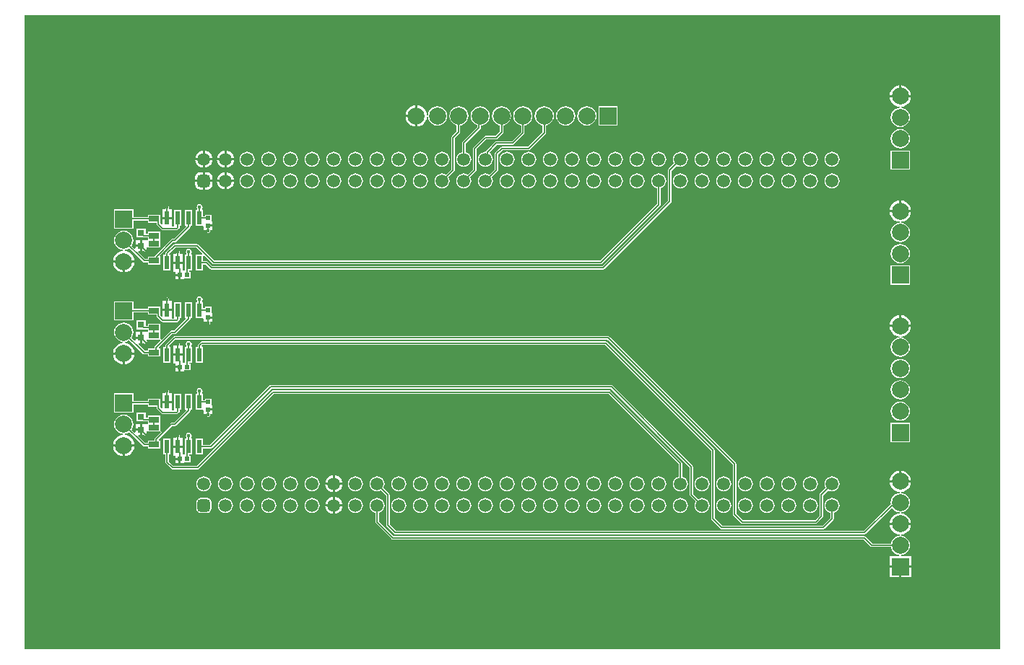
<source format=gtl>
G04*
G04 #@! TF.GenerationSoftware,Altium Limited,Altium Designer,26.1.1 (7)*
G04*
G04 Layer_Physical_Order=1*
G04 Layer_Color=255*
%FSLAX44Y44*%
%MOMM*%
G71*
G04*
G04 #@! TF.SameCoordinates,7EB17011-9BD8-4836-8CA9-2E48C2DE07D4*
G04*
G04*
G04 #@! TF.FilePolarity,Positive*
G04*
G01*
G75*
%ADD24R,0.6000X1.6000*%
%ADD25R,1.2500X0.7000*%
%ADD26R,0.8000X0.8000*%
%ADD27R,0.5000X0.5000*%
%ADD28R,0.5000X0.5000*%
%ADD29C,0.1500*%
%ADD30C,1.5000*%
G04:AMPARAMS|DCode=31|XSize=1.5mm|YSize=1.5mm|CornerRadius=0.375mm|HoleSize=0mm|Usage=FLASHONLY|Rotation=0.000|XOffset=0mm|YOffset=0mm|HoleType=Round|Shape=RoundedRectangle|*
%AMROUNDEDRECTD31*
21,1,1.5000,0.7500,0,0,0.0*
21,1,0.7500,1.5000,0,0,0.0*
1,1,0.7500,0.3750,-0.3750*
1,1,0.7500,-0.3750,-0.3750*
1,1,0.7500,-0.3750,0.3750*
1,1,0.7500,0.3750,0.3750*
%
%ADD31ROUNDEDRECTD31*%
%ADD32C,2.0000*%
%ADD33R,2.0000X2.0000*%
%ADD34R,2.0000X2.0000*%
%ADD35C,6.0000*%
%ADD36C,3.0000*%
%ADD37C,0.4500*%
G36*
X1146941Y3059D02*
X3058D01*
X3058Y746941D01*
X1146941D01*
X1146941Y3059D01*
D02*
G37*
%LPC*%
G36*
X1031270Y664781D02*
Y653570D01*
X1042481D01*
X1042217Y655574D01*
X1040954Y658624D01*
X1038943Y661244D01*
X1036324Y663254D01*
X1033273Y664517D01*
X1031270Y664781D01*
D02*
G37*
G36*
X1028730Y664781D02*
X1026726Y664517D01*
X1023676Y663254D01*
X1021056Y661244D01*
X1019046Y658624D01*
X1017783Y655574D01*
X1017519Y653570D01*
X1028730D01*
Y664781D01*
D02*
G37*
G36*
X461230Y641481D02*
X459226Y641217D01*
X456176Y639954D01*
X453556Y637944D01*
X451546Y635324D01*
X450283Y632274D01*
X450019Y630270D01*
X461230D01*
Y641481D01*
D02*
G37*
G36*
X698750Y640250D02*
X676250D01*
Y617750D01*
X698750D01*
Y640250D01*
D02*
G37*
G36*
X662500Y640347D02*
X659563Y639960D01*
X656826Y638827D01*
X654476Y637024D01*
X652673Y634674D01*
X651539Y631937D01*
X651153Y629000D01*
X651539Y626063D01*
X652673Y623326D01*
X654476Y620976D01*
X656826Y619173D01*
X659563Y618040D01*
X662500Y617653D01*
X665437Y618040D01*
X668173Y619173D01*
X670523Y620976D01*
X672327Y623326D01*
X673460Y626063D01*
X673847Y629000D01*
X673460Y631937D01*
X672327Y634674D01*
X670523Y637024D01*
X668173Y638827D01*
X665437Y639960D01*
X662500Y640347D01*
D02*
G37*
G36*
X637500D02*
X634563Y639960D01*
X631826Y638827D01*
X629476Y637024D01*
X627673Y634674D01*
X626539Y631937D01*
X626153Y629000D01*
X626539Y626063D01*
X627673Y623326D01*
X629476Y620976D01*
X631826Y619173D01*
X634563Y618040D01*
X637500Y617653D01*
X640437Y618040D01*
X643173Y619173D01*
X645523Y620976D01*
X647327Y623326D01*
X648460Y626063D01*
X648847Y629000D01*
X648460Y631937D01*
X647327Y634674D01*
X645523Y637024D01*
X643173Y638827D01*
X640437Y639960D01*
X637500Y640347D01*
D02*
G37*
G36*
X463770Y641481D02*
Y629000D01*
Y616519D01*
X465773Y616783D01*
X468824Y618046D01*
X471443Y620056D01*
X473453Y622676D01*
X474717Y625726D01*
X475020Y628027D01*
X476281D01*
X476539Y626063D01*
X477673Y623326D01*
X479476Y620976D01*
X481826Y619173D01*
X484563Y618040D01*
X487500Y617653D01*
X490437Y618040D01*
X493173Y619173D01*
X495523Y620976D01*
X497327Y623326D01*
X498460Y626063D01*
X498847Y629000D01*
X498460Y631937D01*
X497327Y634674D01*
X495523Y637024D01*
X493173Y638827D01*
X490437Y639960D01*
X487500Y640347D01*
X484563Y639960D01*
X481826Y638827D01*
X479476Y637024D01*
X477673Y634674D01*
X476539Y631937D01*
X476281Y629973D01*
X475020D01*
X474717Y632274D01*
X473453Y635324D01*
X471443Y637944D01*
X468824Y639954D01*
X465773Y641217D01*
X463770Y641481D01*
D02*
G37*
G36*
X461230Y627730D02*
X450019D01*
X450283Y625726D01*
X451546Y622676D01*
X453556Y620056D01*
X456176Y618046D01*
X459226Y616783D01*
X461230Y616519D01*
Y627730D01*
D02*
G37*
G36*
X1042481Y651030D02*
X1030000D01*
X1017519D01*
X1017783Y649026D01*
X1019046Y645976D01*
X1021056Y643356D01*
X1023676Y641346D01*
X1026726Y640083D01*
X1029027Y639780D01*
Y638519D01*
X1027063Y638260D01*
X1024326Y637127D01*
X1021976Y635324D01*
X1020173Y632974D01*
X1019039Y630237D01*
X1018653Y627300D01*
X1019039Y624363D01*
X1020173Y621626D01*
X1021976Y619276D01*
X1024326Y617473D01*
X1027063Y616339D01*
X1030000Y615953D01*
X1032937Y616339D01*
X1035673Y617473D01*
X1038024Y619276D01*
X1039827Y621626D01*
X1040960Y624363D01*
X1041347Y627300D01*
X1040960Y630237D01*
X1039827Y632974D01*
X1038024Y635324D01*
X1035673Y637127D01*
X1032937Y638260D01*
X1030973Y638519D01*
Y639780D01*
X1033273Y640083D01*
X1036324Y641346D01*
X1038943Y643356D01*
X1040954Y645976D01*
X1042217Y649026D01*
X1042481Y651030D01*
D02*
G37*
G36*
X562500Y640347D02*
X559563Y639960D01*
X556826Y638827D01*
X554476Y637024D01*
X552673Y634674D01*
X551539Y631937D01*
X551153Y629000D01*
X551539Y626063D01*
X552673Y623326D01*
X554476Y620976D01*
X556826Y619173D01*
X559563Y618040D01*
X560461Y617921D01*
Y610645D01*
X555455Y605639D01*
X543600D01*
X543600Y605639D01*
X542819Y605484D01*
X542158Y605042D01*
X542158Y605042D01*
X529458Y592342D01*
X529016Y591680D01*
X528861Y590900D01*
Y566345D01*
X522809Y560293D01*
X522612Y560443D01*
X520484Y561325D01*
X518200Y561626D01*
X515916Y561325D01*
X513787Y560443D01*
X511959Y559041D01*
X510557Y557213D01*
X509675Y555084D01*
X509374Y552800D01*
X509675Y550516D01*
X510557Y548387D01*
X511959Y546559D01*
X513787Y545157D01*
X515916Y544275D01*
X518200Y543974D01*
X520484Y544275D01*
X522612Y545157D01*
X524440Y546559D01*
X525843Y548387D01*
X526725Y550516D01*
X527025Y552800D01*
X526725Y555084D01*
X525843Y557213D01*
X525692Y557409D01*
X532342Y564058D01*
X532342Y564058D01*
X532784Y564720D01*
X532939Y565500D01*
X532939Y565500D01*
Y590055D01*
X544445Y601561D01*
X556300D01*
X557080Y601716D01*
X557742Y602158D01*
X563942Y608358D01*
X563942Y608358D01*
X564384Y609020D01*
X564539Y609800D01*
Y617921D01*
X565437Y618040D01*
X568173Y619173D01*
X570523Y620976D01*
X572327Y623326D01*
X573460Y626063D01*
X573847Y629000D01*
X573460Y631937D01*
X572327Y634674D01*
X570523Y637024D01*
X568173Y638827D01*
X565437Y639960D01*
X562500Y640347D01*
D02*
G37*
G36*
X587500D02*
X584563Y639960D01*
X581826Y638827D01*
X579476Y637024D01*
X577673Y634674D01*
X576539Y631937D01*
X576153Y629000D01*
X576539Y626063D01*
X577673Y623326D01*
X579476Y620976D01*
X581826Y619173D01*
X584563Y618040D01*
X585461Y617921D01*
Y610245D01*
X574505Y599289D01*
X556300D01*
X556300Y599289D01*
X555519Y599134D01*
X554858Y598692D01*
X544440Y588274D01*
X543998Y587613D01*
X543874Y586989D01*
X543600Y587025D01*
X541316Y586725D01*
X539187Y585843D01*
X537359Y584441D01*
X535957Y582613D01*
X535075Y580484D01*
X534774Y578200D01*
X535075Y575916D01*
X535957Y573787D01*
X537359Y571959D01*
X539187Y570557D01*
X541316Y569675D01*
X543600Y569375D01*
X545884Y569675D01*
X548013Y570557D01*
X549840Y571959D01*
X551243Y573787D01*
X552125Y575916D01*
X552425Y578200D01*
X552125Y580484D01*
X551243Y582613D01*
X549840Y584441D01*
X548879Y585178D01*
X548770Y586836D01*
X557145Y595211D01*
X575350D01*
X576130Y595366D01*
X576792Y595808D01*
X588942Y607958D01*
X589384Y608620D01*
X589539Y609400D01*
X589539Y609400D01*
Y617921D01*
X590437Y618040D01*
X593173Y619173D01*
X595523Y620976D01*
X597327Y623326D01*
X598460Y626063D01*
X598847Y629000D01*
X598460Y631937D01*
X597327Y634674D01*
X595523Y637024D01*
X593173Y638827D01*
X590437Y639960D01*
X587500Y640347D01*
D02*
G37*
G36*
X1030000Y613647D02*
X1027063Y613260D01*
X1024326Y612127D01*
X1021976Y610324D01*
X1020173Y607974D01*
X1019039Y605237D01*
X1018653Y602300D01*
X1019039Y599363D01*
X1020173Y596626D01*
X1021976Y594276D01*
X1024326Y592473D01*
X1027063Y591339D01*
X1030000Y590953D01*
X1032937Y591339D01*
X1035673Y592473D01*
X1038024Y594276D01*
X1039827Y596626D01*
X1040960Y599363D01*
X1041347Y602300D01*
X1040960Y605237D01*
X1039827Y607974D01*
X1038024Y610324D01*
X1035673Y612127D01*
X1032937Y613260D01*
X1030000Y613647D01*
D02*
G37*
G36*
X240070Y588159D02*
Y579470D01*
X248759D01*
X248581Y580821D01*
X247570Y583263D01*
X245960Y585361D01*
X243863Y586970D01*
X241421Y587982D01*
X240070Y588159D01*
D02*
G37*
G36*
X237530D02*
X236179Y587982D01*
X233736Y586970D01*
X231639Y585361D01*
X230030Y583263D01*
X229018Y580821D01*
X228840Y579470D01*
X237530D01*
Y588159D01*
D02*
G37*
G36*
X214670D02*
Y579470D01*
X223359D01*
X223181Y580821D01*
X222170Y583263D01*
X220560Y585361D01*
X218463Y586970D01*
X216021Y587982D01*
X214670Y588159D01*
D02*
G37*
G36*
X212130D02*
X210779Y587982D01*
X208337Y586970D01*
X206239Y585361D01*
X204630Y583263D01*
X203618Y580821D01*
X203440Y579470D01*
X212130D01*
Y588159D01*
D02*
G37*
G36*
X950000Y587025D02*
X947716Y586725D01*
X945587Y585843D01*
X943759Y584441D01*
X942357Y582613D01*
X941475Y580484D01*
X941174Y578200D01*
X941475Y575916D01*
X942357Y573787D01*
X943759Y571959D01*
X945587Y570557D01*
X947716Y569675D01*
X950000Y569375D01*
X952284Y569675D01*
X954413Y570557D01*
X956240Y571959D01*
X957643Y573787D01*
X958525Y575916D01*
X958825Y578200D01*
X958525Y580484D01*
X957643Y582613D01*
X956240Y584441D01*
X954413Y585843D01*
X952284Y586725D01*
X950000Y587025D01*
D02*
G37*
G36*
X924600D02*
X922316Y586725D01*
X920187Y585843D01*
X918359Y584441D01*
X916957Y582613D01*
X916075Y580484D01*
X915774Y578200D01*
X916075Y575916D01*
X916957Y573787D01*
X918359Y571959D01*
X920187Y570557D01*
X922316Y569675D01*
X924600Y569375D01*
X926884Y569675D01*
X929013Y570557D01*
X930840Y571959D01*
X932243Y573787D01*
X933125Y575916D01*
X933425Y578200D01*
X933125Y580484D01*
X932243Y582613D01*
X930840Y584441D01*
X929013Y585843D01*
X926884Y586725D01*
X924600Y587025D01*
D02*
G37*
G36*
X899200D02*
X896916Y586725D01*
X894787Y585843D01*
X892959Y584441D01*
X891557Y582613D01*
X890675Y580484D01*
X890374Y578200D01*
X890675Y575916D01*
X891557Y573787D01*
X892959Y571959D01*
X894787Y570557D01*
X896916Y569675D01*
X899200Y569375D01*
X901484Y569675D01*
X903613Y570557D01*
X905440Y571959D01*
X906843Y573787D01*
X907725Y575916D01*
X908025Y578200D01*
X907725Y580484D01*
X906843Y582613D01*
X905440Y584441D01*
X903613Y585843D01*
X901484Y586725D01*
X899200Y587025D01*
D02*
G37*
G36*
X873800D02*
X871516Y586725D01*
X869387Y585843D01*
X867559Y584441D01*
X866157Y582613D01*
X865275Y580484D01*
X864974Y578200D01*
X865275Y575916D01*
X866157Y573787D01*
X867559Y571959D01*
X869387Y570557D01*
X871516Y569675D01*
X873800Y569375D01*
X876084Y569675D01*
X878213Y570557D01*
X880040Y571959D01*
X881443Y573787D01*
X882325Y575916D01*
X882625Y578200D01*
X882325Y580484D01*
X881443Y582613D01*
X880040Y584441D01*
X878213Y585843D01*
X876084Y586725D01*
X873800Y587025D01*
D02*
G37*
G36*
X848400D02*
X846116Y586725D01*
X843987Y585843D01*
X842159Y584441D01*
X840757Y582613D01*
X839875Y580484D01*
X839574Y578200D01*
X839875Y575916D01*
X840757Y573787D01*
X842159Y571959D01*
X843987Y570557D01*
X846116Y569675D01*
X848400Y569375D01*
X850684Y569675D01*
X852812Y570557D01*
X854640Y571959D01*
X856043Y573787D01*
X856925Y575916D01*
X857225Y578200D01*
X856925Y580484D01*
X856043Y582613D01*
X854640Y584441D01*
X852812Y585843D01*
X850684Y586725D01*
X848400Y587025D01*
D02*
G37*
G36*
X823000D02*
X820716Y586725D01*
X818587Y585843D01*
X816759Y584441D01*
X815357Y582613D01*
X814475Y580484D01*
X814174Y578200D01*
X814475Y575916D01*
X815357Y573787D01*
X816759Y571959D01*
X818587Y570557D01*
X820716Y569675D01*
X823000Y569375D01*
X825284Y569675D01*
X827412Y570557D01*
X829240Y571959D01*
X830643Y573787D01*
X831525Y575916D01*
X831825Y578200D01*
X831525Y580484D01*
X830643Y582613D01*
X829240Y584441D01*
X827412Y585843D01*
X825284Y586725D01*
X823000Y587025D01*
D02*
G37*
G36*
X797600D02*
X795316Y586725D01*
X793187Y585843D01*
X791359Y584441D01*
X789957Y582613D01*
X789075Y580484D01*
X788774Y578200D01*
X789075Y575916D01*
X789957Y573787D01*
X791359Y571959D01*
X793187Y570557D01*
X795316Y569675D01*
X797600Y569375D01*
X799884Y569675D01*
X802012Y570557D01*
X803840Y571959D01*
X805243Y573787D01*
X806125Y575916D01*
X806425Y578200D01*
X806125Y580484D01*
X805243Y582613D01*
X803840Y584441D01*
X802012Y585843D01*
X799884Y586725D01*
X797600Y587025D01*
D02*
G37*
G36*
X772200D02*
X769916Y586725D01*
X767787Y585843D01*
X765959Y584441D01*
X764557Y582613D01*
X763675Y580484D01*
X763374Y578200D01*
X763675Y575916D01*
X764557Y573787D01*
X764707Y573591D01*
X758136Y567020D01*
X757694Y566358D01*
X757539Y565578D01*
Y529490D01*
X680938Y452889D01*
X223095D01*
X217842Y458142D01*
X217180Y458584D01*
X216400Y458739D01*
X212750D01*
Y464589D01*
X214000Y465106D01*
X223348Y455758D01*
X223348Y455758D01*
X224010Y455316D01*
X224790Y455161D01*
X224790Y455161D01*
X679153D01*
X679933Y455316D01*
X680595Y455758D01*
X748242Y523405D01*
X748684Y524067D01*
X748839Y524847D01*
Y544243D01*
X749084Y544275D01*
X751212Y545157D01*
X753040Y546559D01*
X754443Y548387D01*
X755325Y550516D01*
X755625Y552800D01*
X755325Y555084D01*
X754443Y557213D01*
X753040Y559041D01*
X751212Y560443D01*
X749084Y561325D01*
X746800Y561626D01*
X744516Y561325D01*
X742387Y560443D01*
X740559Y559041D01*
X739157Y557213D01*
X738275Y555084D01*
X737974Y552800D01*
X738275Y550516D01*
X739157Y548387D01*
X740559Y546559D01*
X742387Y545157D01*
X744516Y544275D01*
X744761Y544243D01*
Y525692D01*
X678308Y459239D01*
X225635D01*
X206832Y478042D01*
X206170Y478484D01*
X205390Y478639D01*
X179420D01*
X179420Y478639D01*
X178640Y478484D01*
X177978Y478042D01*
X177978Y478042D01*
X168958Y469022D01*
X168516Y468360D01*
X168361Y467580D01*
Y465950D01*
X166150D01*
Y447450D01*
X174650D01*
Y465950D01*
X173422D01*
X172904Y467200D01*
X180265Y474561D01*
X204545D01*
X211906Y467200D01*
X211388Y465950D01*
X204250D01*
Y447450D01*
X212750D01*
Y454661D01*
X215555D01*
X220808Y449408D01*
X220808Y449408D01*
X221470Y448966D01*
X222250Y448811D01*
X222250Y448811D01*
X681783D01*
X682563Y448966D01*
X683225Y449408D01*
X761020Y527203D01*
X761020Y527203D01*
X761462Y527864D01*
X761617Y528645D01*
X761617Y528645D01*
Y564733D01*
X767591Y570707D01*
X767787Y570557D01*
X769916Y569675D01*
X772200Y569375D01*
X774484Y569675D01*
X776612Y570557D01*
X778440Y571959D01*
X779843Y573787D01*
X780725Y575916D01*
X781025Y578200D01*
X780725Y580484D01*
X779843Y582613D01*
X778440Y584441D01*
X776612Y585843D01*
X774484Y586725D01*
X772200Y587025D01*
D02*
G37*
G36*
X746800D02*
X744516Y586725D01*
X742387Y585843D01*
X740559Y584441D01*
X739157Y582613D01*
X738275Y580484D01*
X737974Y578200D01*
X738275Y575916D01*
X739157Y573787D01*
X740559Y571959D01*
X742387Y570557D01*
X744516Y569675D01*
X746800Y569375D01*
X749084Y569675D01*
X751212Y570557D01*
X753040Y571959D01*
X754443Y573787D01*
X755325Y575916D01*
X755625Y578200D01*
X755325Y580484D01*
X754443Y582613D01*
X753040Y584441D01*
X751212Y585843D01*
X749084Y586725D01*
X746800Y587025D01*
D02*
G37*
G36*
X721400D02*
X719116Y586725D01*
X716987Y585843D01*
X715159Y584441D01*
X713757Y582613D01*
X712875Y580484D01*
X712574Y578200D01*
X712875Y575916D01*
X713757Y573787D01*
X715159Y571959D01*
X716987Y570557D01*
X719116Y569675D01*
X721400Y569375D01*
X723684Y569675D01*
X725813Y570557D01*
X727640Y571959D01*
X729043Y573787D01*
X729925Y575916D01*
X730225Y578200D01*
X729925Y580484D01*
X729043Y582613D01*
X727640Y584441D01*
X725813Y585843D01*
X723684Y586725D01*
X721400Y587025D01*
D02*
G37*
G36*
X696000D02*
X693716Y586725D01*
X691587Y585843D01*
X689759Y584441D01*
X688357Y582613D01*
X687475Y580484D01*
X687174Y578200D01*
X687475Y575916D01*
X688357Y573787D01*
X689759Y571959D01*
X691587Y570557D01*
X693716Y569675D01*
X696000Y569375D01*
X698284Y569675D01*
X700413Y570557D01*
X702240Y571959D01*
X703643Y573787D01*
X704525Y575916D01*
X704825Y578200D01*
X704525Y580484D01*
X703643Y582613D01*
X702240Y584441D01*
X700413Y585843D01*
X698284Y586725D01*
X696000Y587025D01*
D02*
G37*
G36*
X670600D02*
X668316Y586725D01*
X666187Y585843D01*
X664359Y584441D01*
X662957Y582613D01*
X662075Y580484D01*
X661774Y578200D01*
X662075Y575916D01*
X662957Y573787D01*
X664359Y571959D01*
X666187Y570557D01*
X668316Y569675D01*
X670600Y569375D01*
X672884Y569675D01*
X675013Y570557D01*
X676840Y571959D01*
X678243Y573787D01*
X679125Y575916D01*
X679425Y578200D01*
X679125Y580484D01*
X678243Y582613D01*
X676840Y584441D01*
X675013Y585843D01*
X672884Y586725D01*
X670600Y587025D01*
D02*
G37*
G36*
X645200D02*
X642916Y586725D01*
X640787Y585843D01*
X638959Y584441D01*
X637557Y582613D01*
X636675Y580484D01*
X636374Y578200D01*
X636675Y575916D01*
X637557Y573787D01*
X638959Y571959D01*
X640787Y570557D01*
X642916Y569675D01*
X645200Y569375D01*
X647484Y569675D01*
X649613Y570557D01*
X651440Y571959D01*
X652843Y573787D01*
X653725Y575916D01*
X654025Y578200D01*
X653725Y580484D01*
X652843Y582613D01*
X651440Y584441D01*
X649613Y585843D01*
X647484Y586725D01*
X645200Y587025D01*
D02*
G37*
G36*
X619800D02*
X617516Y586725D01*
X615387Y585843D01*
X613559Y584441D01*
X612157Y582613D01*
X611275Y580484D01*
X610974Y578200D01*
X611275Y575916D01*
X612157Y573787D01*
X613559Y571959D01*
X615387Y570557D01*
X617516Y569675D01*
X619800Y569375D01*
X622084Y569675D01*
X624212Y570557D01*
X626040Y571959D01*
X627443Y573787D01*
X628325Y575916D01*
X628625Y578200D01*
X628325Y580484D01*
X627443Y582613D01*
X626040Y584441D01*
X624212Y585843D01*
X622084Y586725D01*
X619800Y587025D01*
D02*
G37*
G36*
X594400D02*
X592116Y586725D01*
X589987Y585843D01*
X588159Y584441D01*
X586757Y582613D01*
X585875Y580484D01*
X585574Y578200D01*
X585875Y575916D01*
X586757Y573787D01*
X588159Y571959D01*
X589987Y570557D01*
X592116Y569675D01*
X594400Y569375D01*
X596684Y569675D01*
X598812Y570557D01*
X600640Y571959D01*
X602043Y573787D01*
X602925Y575916D01*
X603225Y578200D01*
X602925Y580484D01*
X602043Y582613D01*
X600640Y584441D01*
X598812Y585843D01*
X596684Y586725D01*
X594400Y587025D01*
D02*
G37*
G36*
X569000D02*
X566716Y586725D01*
X564587Y585843D01*
X562759Y584441D01*
X561357Y582613D01*
X560475Y580484D01*
X560174Y578200D01*
X560475Y575916D01*
X561357Y573787D01*
X562759Y571959D01*
X564587Y570557D01*
X566716Y569675D01*
X569000Y569375D01*
X571284Y569675D01*
X573413Y570557D01*
X575240Y571959D01*
X576643Y573787D01*
X577525Y575916D01*
X577825Y578200D01*
X577525Y580484D01*
X576643Y582613D01*
X575240Y584441D01*
X573413Y585843D01*
X571284Y586725D01*
X569000Y587025D01*
D02*
G37*
G36*
X537500Y640347D02*
X534563Y639960D01*
X531826Y638827D01*
X529476Y637024D01*
X527673Y634674D01*
X526539Y631937D01*
X526153Y629000D01*
X526539Y626063D01*
X527673Y623326D01*
X529476Y620976D01*
X531826Y619173D01*
X534101Y618231D01*
Y616035D01*
X516758Y598692D01*
X516316Y598030D01*
X516161Y597250D01*
Y586757D01*
X515916Y586725D01*
X513787Y585843D01*
X511959Y584441D01*
X510557Y582613D01*
X509675Y580484D01*
X509374Y578200D01*
X509675Y575916D01*
X510557Y573787D01*
X511959Y571959D01*
X513787Y570557D01*
X515916Y569675D01*
X518200Y569375D01*
X520484Y569675D01*
X522612Y570557D01*
X524440Y571959D01*
X525843Y573787D01*
X526725Y575916D01*
X527025Y578200D01*
X526725Y580484D01*
X525843Y582613D01*
X524440Y584441D01*
X522612Y585843D01*
X520484Y586725D01*
X520239Y586757D01*
Y596405D01*
X537582Y613748D01*
X537582Y613748D01*
X538024Y614410D01*
X538179Y615190D01*
X538179Y615190D01*
Y617742D01*
X540437Y618040D01*
X543173Y619173D01*
X545523Y620976D01*
X547327Y623326D01*
X548460Y626063D01*
X548847Y629000D01*
X548460Y631937D01*
X547327Y634674D01*
X545523Y637024D01*
X543173Y638827D01*
X540437Y639960D01*
X537500Y640347D01*
D02*
G37*
G36*
X492800Y587025D02*
X490516Y586725D01*
X488387Y585843D01*
X486559Y584441D01*
X485157Y582613D01*
X484275Y580484D01*
X483974Y578200D01*
X484275Y575916D01*
X485157Y573787D01*
X486559Y571959D01*
X488387Y570557D01*
X490516Y569675D01*
X492800Y569375D01*
X495084Y569675D01*
X497212Y570557D01*
X499040Y571959D01*
X500443Y573787D01*
X501325Y575916D01*
X501625Y578200D01*
X501325Y580484D01*
X500443Y582613D01*
X499040Y584441D01*
X497212Y585843D01*
X495084Y586725D01*
X492800Y587025D01*
D02*
G37*
G36*
X467400D02*
X465116Y586725D01*
X462987Y585843D01*
X461159Y584441D01*
X459757Y582613D01*
X458875Y580484D01*
X458574Y578200D01*
X458875Y575916D01*
X459757Y573787D01*
X461159Y571959D01*
X462987Y570557D01*
X465116Y569675D01*
X467400Y569375D01*
X469684Y569675D01*
X471813Y570557D01*
X473640Y571959D01*
X475043Y573787D01*
X475925Y575916D01*
X476225Y578200D01*
X475925Y580484D01*
X475043Y582613D01*
X473640Y584441D01*
X471813Y585843D01*
X469684Y586725D01*
X467400Y587025D01*
D02*
G37*
G36*
X442000D02*
X439716Y586725D01*
X437587Y585843D01*
X435759Y584441D01*
X434357Y582613D01*
X433475Y580484D01*
X433174Y578200D01*
X433475Y575916D01*
X434357Y573787D01*
X435759Y571959D01*
X437587Y570557D01*
X439716Y569675D01*
X442000Y569375D01*
X444284Y569675D01*
X446413Y570557D01*
X448240Y571959D01*
X449643Y573787D01*
X450525Y575916D01*
X450825Y578200D01*
X450525Y580484D01*
X449643Y582613D01*
X448240Y584441D01*
X446413Y585843D01*
X444284Y586725D01*
X442000Y587025D01*
D02*
G37*
G36*
X416600D02*
X414316Y586725D01*
X412187Y585843D01*
X410359Y584441D01*
X408957Y582613D01*
X408075Y580484D01*
X407774Y578200D01*
X408075Y575916D01*
X408957Y573787D01*
X410359Y571959D01*
X412187Y570557D01*
X414316Y569675D01*
X416600Y569375D01*
X418884Y569675D01*
X421012Y570557D01*
X422840Y571959D01*
X424243Y573787D01*
X425125Y575916D01*
X425425Y578200D01*
X425125Y580484D01*
X424243Y582613D01*
X422840Y584441D01*
X421012Y585843D01*
X418884Y586725D01*
X416600Y587025D01*
D02*
G37*
G36*
X391200D02*
X388916Y586725D01*
X386787Y585843D01*
X384959Y584441D01*
X383557Y582613D01*
X382675Y580484D01*
X382374Y578200D01*
X382675Y575916D01*
X383557Y573787D01*
X384959Y571959D01*
X386787Y570557D01*
X388916Y569675D01*
X391200Y569375D01*
X393484Y569675D01*
X395612Y570557D01*
X397440Y571959D01*
X398843Y573787D01*
X399725Y575916D01*
X400025Y578200D01*
X399725Y580484D01*
X398843Y582613D01*
X397440Y584441D01*
X395612Y585843D01*
X393484Y586725D01*
X391200Y587025D01*
D02*
G37*
G36*
X365800D02*
X363516Y586725D01*
X361387Y585843D01*
X359559Y584441D01*
X358157Y582613D01*
X357275Y580484D01*
X356974Y578200D01*
X357275Y575916D01*
X358157Y573787D01*
X359559Y571959D01*
X361387Y570557D01*
X363516Y569675D01*
X365800Y569375D01*
X368084Y569675D01*
X370213Y570557D01*
X372040Y571959D01*
X373443Y573787D01*
X374325Y575916D01*
X374625Y578200D01*
X374325Y580484D01*
X373443Y582613D01*
X372040Y584441D01*
X370213Y585843D01*
X368084Y586725D01*
X365800Y587025D01*
D02*
G37*
G36*
X340400D02*
X338116Y586725D01*
X335987Y585843D01*
X334159Y584441D01*
X332757Y582613D01*
X331875Y580484D01*
X331574Y578200D01*
X331875Y575916D01*
X332757Y573787D01*
X334159Y571959D01*
X335987Y570557D01*
X338116Y569675D01*
X340400Y569375D01*
X342684Y569675D01*
X344813Y570557D01*
X346640Y571959D01*
X348043Y573787D01*
X348925Y575916D01*
X349225Y578200D01*
X348925Y580484D01*
X348043Y582613D01*
X346640Y584441D01*
X344813Y585843D01*
X342684Y586725D01*
X340400Y587025D01*
D02*
G37*
G36*
X315000D02*
X312716Y586725D01*
X310587Y585843D01*
X308759Y584441D01*
X307357Y582613D01*
X306475Y580484D01*
X306174Y578200D01*
X306475Y575916D01*
X307357Y573787D01*
X308759Y571959D01*
X310587Y570557D01*
X312716Y569675D01*
X315000Y569375D01*
X317284Y569675D01*
X319412Y570557D01*
X321240Y571959D01*
X322643Y573787D01*
X323525Y575916D01*
X323825Y578200D01*
X323525Y580484D01*
X322643Y582613D01*
X321240Y584441D01*
X319412Y585843D01*
X317284Y586725D01*
X315000Y587025D01*
D02*
G37*
G36*
X289600D02*
X287316Y586725D01*
X285187Y585843D01*
X283359Y584441D01*
X281957Y582613D01*
X281075Y580484D01*
X280774Y578200D01*
X281075Y575916D01*
X281957Y573787D01*
X283359Y571959D01*
X285187Y570557D01*
X287316Y569675D01*
X289600Y569375D01*
X291884Y569675D01*
X294013Y570557D01*
X295840Y571959D01*
X297243Y573787D01*
X298125Y575916D01*
X298425Y578200D01*
X298125Y580484D01*
X297243Y582613D01*
X295840Y584441D01*
X294013Y585843D01*
X291884Y586725D01*
X289600Y587025D01*
D02*
G37*
G36*
X264200D02*
X261916Y586725D01*
X259787Y585843D01*
X257959Y584441D01*
X256557Y582613D01*
X255675Y580484D01*
X255374Y578200D01*
X255675Y575916D01*
X256557Y573787D01*
X257959Y571959D01*
X259787Y570557D01*
X261916Y569675D01*
X264200Y569375D01*
X266484Y569675D01*
X268612Y570557D01*
X270440Y571959D01*
X271843Y573787D01*
X272725Y575916D01*
X273025Y578200D01*
X272725Y580484D01*
X271843Y582613D01*
X270440Y584441D01*
X268612Y585843D01*
X266484Y586725D01*
X264200Y587025D01*
D02*
G37*
G36*
X248759Y576930D02*
X240070D01*
Y568241D01*
X241421Y568418D01*
X243863Y569430D01*
X245960Y571039D01*
X247570Y573137D01*
X248581Y575579D01*
X248759Y576930D01*
D02*
G37*
G36*
X237530D02*
X228840D01*
X229018Y575579D01*
X230030Y573137D01*
X231639Y571039D01*
X233736Y569430D01*
X236179Y568418D01*
X237530Y568241D01*
Y576930D01*
D02*
G37*
G36*
X223359D02*
X214670D01*
Y568241D01*
X216021Y568418D01*
X218463Y569430D01*
X220560Y571039D01*
X222170Y573137D01*
X223181Y575579D01*
X223359Y576930D01*
D02*
G37*
G36*
X212130D02*
X203440D01*
X203618Y575579D01*
X204630Y573137D01*
X206239Y571039D01*
X208337Y569430D01*
X210779Y568418D01*
X212130Y568241D01*
Y576930D01*
D02*
G37*
G36*
X1041250Y588550D02*
X1018750D01*
Y566050D01*
X1041250D01*
Y588550D01*
D02*
G37*
G36*
X612500Y640347D02*
X609563Y639960D01*
X606826Y638827D01*
X604476Y637024D01*
X602673Y634674D01*
X601539Y631937D01*
X601153Y629000D01*
X601539Y626063D01*
X602673Y623326D01*
X604476Y620976D01*
X606826Y619173D01*
X609563Y618040D01*
X610461Y617921D01*
Y609845D01*
X593555Y592939D01*
X562650D01*
X561869Y592784D01*
X561208Y592342D01*
X561208Y592342D01*
X554858Y585992D01*
X554416Y585330D01*
X554261Y584550D01*
Y566345D01*
X548209Y560293D01*
X548013Y560443D01*
X545884Y561325D01*
X543600Y561626D01*
X541316Y561325D01*
X539187Y560443D01*
X537359Y559041D01*
X535957Y557213D01*
X535075Y555084D01*
X534774Y552800D01*
X535075Y550516D01*
X535957Y548387D01*
X537359Y546559D01*
X539187Y545157D01*
X541316Y544275D01*
X543600Y543974D01*
X545884Y544275D01*
X548013Y545157D01*
X549840Y546559D01*
X551243Y548387D01*
X552125Y550516D01*
X552425Y552800D01*
X552125Y555084D01*
X551243Y557213D01*
X551092Y557409D01*
X557742Y564058D01*
X558184Y564720D01*
X558339Y565500D01*
X558339Y565500D01*
Y583705D01*
X563494Y588861D01*
X594400D01*
X595180Y589016D01*
X595842Y589458D01*
X613942Y607558D01*
X614384Y608220D01*
X614539Y609000D01*
Y617921D01*
X615437Y618040D01*
X618173Y619173D01*
X620523Y620976D01*
X622327Y623326D01*
X623460Y626063D01*
X623847Y629000D01*
X623460Y631937D01*
X622327Y634674D01*
X620523Y637024D01*
X618173Y638827D01*
X615437Y639960D01*
X612500Y640347D01*
D02*
G37*
G36*
X512500D02*
X509563Y639960D01*
X506826Y638827D01*
X504476Y637024D01*
X502673Y634674D01*
X501539Y631937D01*
X501153Y629000D01*
X501539Y626063D01*
X502673Y623326D01*
X504476Y620976D01*
X506826Y619173D01*
X509563Y618040D01*
X509811Y618007D01*
Y610795D01*
X504058Y605042D01*
X503616Y604380D01*
X503461Y603600D01*
Y566345D01*
X497409Y560293D01*
X497212Y560443D01*
X495084Y561325D01*
X492800Y561626D01*
X490516Y561325D01*
X488387Y560443D01*
X486559Y559041D01*
X485157Y557213D01*
X484275Y555084D01*
X483974Y552800D01*
X484275Y550516D01*
X485157Y548387D01*
X486559Y546559D01*
X488387Y545157D01*
X490516Y544275D01*
X492800Y543974D01*
X495084Y544275D01*
X497212Y545157D01*
X499040Y546559D01*
X500443Y548387D01*
X501325Y550516D01*
X501625Y552800D01*
X501325Y555084D01*
X500443Y557213D01*
X500293Y557409D01*
X506942Y564058D01*
X506942Y564058D01*
X507384Y564720D01*
X507539Y565500D01*
X507539Y565500D01*
Y602755D01*
X513292Y608508D01*
X513292Y608508D01*
X513734Y609170D01*
X513889Y609950D01*
Y617836D01*
X515437Y618040D01*
X518173Y619173D01*
X520523Y620976D01*
X522327Y623326D01*
X523460Y626063D01*
X523847Y629000D01*
X523460Y631937D01*
X522327Y634674D01*
X520523Y637024D01*
X518173Y638827D01*
X515437Y639960D01*
X512500Y640347D01*
D02*
G37*
G36*
X240070Y562759D02*
Y554070D01*
X248759D01*
X248581Y555421D01*
X247570Y557863D01*
X245960Y559961D01*
X243863Y561570D01*
X241421Y562582D01*
X240070Y562759D01*
D02*
G37*
G36*
X237530D02*
X236179Y562582D01*
X233736Y561570D01*
X231639Y559961D01*
X230030Y557863D01*
X229018Y555421D01*
X228840Y554070D01*
X237530D01*
Y562759D01*
D02*
G37*
G36*
X217150Y562963D02*
X214670D01*
Y554070D01*
X223563D01*
Y556550D01*
X223075Y559004D01*
X221685Y561085D01*
X219604Y562475D01*
X217150Y562963D01*
D02*
G37*
G36*
X212130D02*
X209650D01*
X207196Y562475D01*
X205115Y561085D01*
X203725Y559004D01*
X203237Y556550D01*
Y554070D01*
X212130D01*
Y562963D01*
D02*
G37*
G36*
X950000Y561626D02*
X947716Y561325D01*
X945587Y560443D01*
X943759Y559041D01*
X942357Y557213D01*
X941475Y555084D01*
X941174Y552800D01*
X941475Y550516D01*
X942357Y548387D01*
X943759Y546559D01*
X945587Y545157D01*
X947716Y544275D01*
X950000Y543974D01*
X952284Y544275D01*
X954413Y545157D01*
X956240Y546559D01*
X957643Y548387D01*
X958525Y550516D01*
X958825Y552800D01*
X958525Y555084D01*
X957643Y557213D01*
X956240Y559041D01*
X954413Y560443D01*
X952284Y561325D01*
X950000Y561626D01*
D02*
G37*
G36*
X924600D02*
X922316Y561325D01*
X920187Y560443D01*
X918359Y559041D01*
X916957Y557213D01*
X916075Y555084D01*
X915774Y552800D01*
X916075Y550516D01*
X916957Y548387D01*
X918359Y546559D01*
X920187Y545157D01*
X922316Y544275D01*
X924600Y543974D01*
X926884Y544275D01*
X929013Y545157D01*
X930840Y546559D01*
X932243Y548387D01*
X933125Y550516D01*
X933425Y552800D01*
X933125Y555084D01*
X932243Y557213D01*
X930840Y559041D01*
X929013Y560443D01*
X926884Y561325D01*
X924600Y561626D01*
D02*
G37*
G36*
X899200D02*
X896916Y561325D01*
X894787Y560443D01*
X892959Y559041D01*
X891557Y557213D01*
X890675Y555084D01*
X890374Y552800D01*
X890675Y550516D01*
X891557Y548387D01*
X892959Y546559D01*
X894787Y545157D01*
X896916Y544275D01*
X899200Y543974D01*
X901484Y544275D01*
X903613Y545157D01*
X905440Y546559D01*
X906843Y548387D01*
X907725Y550516D01*
X908025Y552800D01*
X907725Y555084D01*
X906843Y557213D01*
X905440Y559041D01*
X903613Y560443D01*
X901484Y561325D01*
X899200Y561626D01*
D02*
G37*
G36*
X873800D02*
X871516Y561325D01*
X869387Y560443D01*
X867559Y559041D01*
X866157Y557213D01*
X865275Y555084D01*
X864974Y552800D01*
X865275Y550516D01*
X866157Y548387D01*
X867559Y546559D01*
X869387Y545157D01*
X871516Y544275D01*
X873800Y543974D01*
X876084Y544275D01*
X878213Y545157D01*
X880040Y546559D01*
X881443Y548387D01*
X882325Y550516D01*
X882625Y552800D01*
X882325Y555084D01*
X881443Y557213D01*
X880040Y559041D01*
X878213Y560443D01*
X876084Y561325D01*
X873800Y561626D01*
D02*
G37*
G36*
X848400D02*
X846116Y561325D01*
X843987Y560443D01*
X842159Y559041D01*
X840757Y557213D01*
X839875Y555084D01*
X839574Y552800D01*
X839875Y550516D01*
X840757Y548387D01*
X842159Y546559D01*
X843987Y545157D01*
X846116Y544275D01*
X848400Y543974D01*
X850684Y544275D01*
X852812Y545157D01*
X854640Y546559D01*
X856043Y548387D01*
X856925Y550516D01*
X857225Y552800D01*
X856925Y555084D01*
X856043Y557213D01*
X854640Y559041D01*
X852812Y560443D01*
X850684Y561325D01*
X848400Y561626D01*
D02*
G37*
G36*
X823000D02*
X820716Y561325D01*
X818587Y560443D01*
X816759Y559041D01*
X815357Y557213D01*
X814475Y555084D01*
X814174Y552800D01*
X814475Y550516D01*
X815357Y548387D01*
X816759Y546559D01*
X818587Y545157D01*
X820716Y544275D01*
X823000Y543974D01*
X825284Y544275D01*
X827412Y545157D01*
X829240Y546559D01*
X830643Y548387D01*
X831525Y550516D01*
X831825Y552800D01*
X831525Y555084D01*
X830643Y557213D01*
X829240Y559041D01*
X827412Y560443D01*
X825284Y561325D01*
X823000Y561626D01*
D02*
G37*
G36*
X797600D02*
X795316Y561325D01*
X793187Y560443D01*
X791359Y559041D01*
X789957Y557213D01*
X789075Y555084D01*
X788774Y552800D01*
X789075Y550516D01*
X789957Y548387D01*
X791359Y546559D01*
X793187Y545157D01*
X795316Y544275D01*
X797600Y543974D01*
X799884Y544275D01*
X802012Y545157D01*
X803840Y546559D01*
X805243Y548387D01*
X806125Y550516D01*
X806425Y552800D01*
X806125Y555084D01*
X805243Y557213D01*
X803840Y559041D01*
X802012Y560443D01*
X799884Y561325D01*
X797600Y561626D01*
D02*
G37*
G36*
X772200D02*
X769916Y561325D01*
X767787Y560443D01*
X765959Y559041D01*
X764557Y557213D01*
X763675Y555084D01*
X763374Y552800D01*
X763675Y550516D01*
X764557Y548387D01*
X765959Y546559D01*
X767787Y545157D01*
X769916Y544275D01*
X772200Y543974D01*
X774484Y544275D01*
X776612Y545157D01*
X778440Y546559D01*
X779843Y548387D01*
X780725Y550516D01*
X781025Y552800D01*
X780725Y555084D01*
X779843Y557213D01*
X778440Y559041D01*
X776612Y560443D01*
X774484Y561325D01*
X772200Y561626D01*
D02*
G37*
G36*
X721400D02*
X719116Y561325D01*
X716987Y560443D01*
X715159Y559041D01*
X713757Y557213D01*
X712875Y555084D01*
X712574Y552800D01*
X712875Y550516D01*
X713757Y548387D01*
X715159Y546559D01*
X716987Y545157D01*
X719116Y544275D01*
X721400Y543974D01*
X723684Y544275D01*
X725813Y545157D01*
X727640Y546559D01*
X729043Y548387D01*
X729925Y550516D01*
X730225Y552800D01*
X729925Y555084D01*
X729043Y557213D01*
X727640Y559041D01*
X725813Y560443D01*
X723684Y561325D01*
X721400Y561626D01*
D02*
G37*
G36*
X696000D02*
X693716Y561325D01*
X691587Y560443D01*
X689759Y559041D01*
X688357Y557213D01*
X687475Y555084D01*
X687174Y552800D01*
X687475Y550516D01*
X688357Y548387D01*
X689759Y546559D01*
X691587Y545157D01*
X693716Y544275D01*
X696000Y543974D01*
X698284Y544275D01*
X700413Y545157D01*
X702240Y546559D01*
X703643Y548387D01*
X704525Y550516D01*
X704825Y552800D01*
X704525Y555084D01*
X703643Y557213D01*
X702240Y559041D01*
X700413Y560443D01*
X698284Y561325D01*
X696000Y561626D01*
D02*
G37*
G36*
X670600D02*
X668316Y561325D01*
X666187Y560443D01*
X664359Y559041D01*
X662957Y557213D01*
X662075Y555084D01*
X661774Y552800D01*
X662075Y550516D01*
X662957Y548387D01*
X664359Y546559D01*
X666187Y545157D01*
X668316Y544275D01*
X670600Y543974D01*
X672884Y544275D01*
X675013Y545157D01*
X676840Y546559D01*
X678243Y548387D01*
X679125Y550516D01*
X679425Y552800D01*
X679125Y555084D01*
X678243Y557213D01*
X676840Y559041D01*
X675013Y560443D01*
X672884Y561325D01*
X670600Y561626D01*
D02*
G37*
G36*
X645200D02*
X642916Y561325D01*
X640787Y560443D01*
X638959Y559041D01*
X637557Y557213D01*
X636675Y555084D01*
X636374Y552800D01*
X636675Y550516D01*
X637557Y548387D01*
X638959Y546559D01*
X640787Y545157D01*
X642916Y544275D01*
X645200Y543974D01*
X647484Y544275D01*
X649613Y545157D01*
X651440Y546559D01*
X652843Y548387D01*
X653725Y550516D01*
X654025Y552800D01*
X653725Y555084D01*
X652843Y557213D01*
X651440Y559041D01*
X649613Y560443D01*
X647484Y561325D01*
X645200Y561626D01*
D02*
G37*
G36*
X619800D02*
X617516Y561325D01*
X615387Y560443D01*
X613559Y559041D01*
X612157Y557213D01*
X611275Y555084D01*
X610974Y552800D01*
X611275Y550516D01*
X612157Y548387D01*
X613559Y546559D01*
X615387Y545157D01*
X617516Y544275D01*
X619800Y543974D01*
X622084Y544275D01*
X624212Y545157D01*
X626040Y546559D01*
X627443Y548387D01*
X628325Y550516D01*
X628625Y552800D01*
X628325Y555084D01*
X627443Y557213D01*
X626040Y559041D01*
X624212Y560443D01*
X622084Y561325D01*
X619800Y561626D01*
D02*
G37*
G36*
X594400D02*
X592116Y561325D01*
X589987Y560443D01*
X588159Y559041D01*
X586757Y557213D01*
X585875Y555084D01*
X585574Y552800D01*
X585875Y550516D01*
X586757Y548387D01*
X588159Y546559D01*
X589987Y545157D01*
X592116Y544275D01*
X594400Y543974D01*
X596684Y544275D01*
X598812Y545157D01*
X600640Y546559D01*
X602043Y548387D01*
X602925Y550516D01*
X603225Y552800D01*
X602925Y555084D01*
X602043Y557213D01*
X600640Y559041D01*
X598812Y560443D01*
X596684Y561325D01*
X594400Y561626D01*
D02*
G37*
G36*
X569000D02*
X566716Y561325D01*
X564587Y560443D01*
X562759Y559041D01*
X561357Y557213D01*
X560475Y555084D01*
X560174Y552800D01*
X560475Y550516D01*
X561357Y548387D01*
X562759Y546559D01*
X564587Y545157D01*
X566716Y544275D01*
X569000Y543974D01*
X571284Y544275D01*
X573413Y545157D01*
X575240Y546559D01*
X576643Y548387D01*
X577525Y550516D01*
X577825Y552800D01*
X577525Y555084D01*
X576643Y557213D01*
X575240Y559041D01*
X573413Y560443D01*
X571284Y561325D01*
X569000Y561626D01*
D02*
G37*
G36*
X467400D02*
X465116Y561325D01*
X462987Y560443D01*
X461159Y559041D01*
X459757Y557213D01*
X458875Y555084D01*
X458574Y552800D01*
X458875Y550516D01*
X459757Y548387D01*
X461159Y546559D01*
X462987Y545157D01*
X465116Y544275D01*
X467400Y543974D01*
X469684Y544275D01*
X471813Y545157D01*
X473640Y546559D01*
X475043Y548387D01*
X475925Y550516D01*
X476225Y552800D01*
X475925Y555084D01*
X475043Y557213D01*
X473640Y559041D01*
X471813Y560443D01*
X469684Y561325D01*
X467400Y561626D01*
D02*
G37*
G36*
X442000D02*
X439716Y561325D01*
X437587Y560443D01*
X435759Y559041D01*
X434357Y557213D01*
X433475Y555084D01*
X433174Y552800D01*
X433475Y550516D01*
X434357Y548387D01*
X435759Y546559D01*
X437587Y545157D01*
X439716Y544275D01*
X442000Y543974D01*
X444284Y544275D01*
X446413Y545157D01*
X448240Y546559D01*
X449643Y548387D01*
X450525Y550516D01*
X450825Y552800D01*
X450525Y555084D01*
X449643Y557213D01*
X448240Y559041D01*
X446413Y560443D01*
X444284Y561325D01*
X442000Y561626D01*
D02*
G37*
G36*
X416600D02*
X414316Y561325D01*
X412187Y560443D01*
X410359Y559041D01*
X408957Y557213D01*
X408075Y555084D01*
X407774Y552800D01*
X408075Y550516D01*
X408957Y548387D01*
X410359Y546559D01*
X412187Y545157D01*
X414316Y544275D01*
X416600Y543974D01*
X418884Y544275D01*
X421012Y545157D01*
X422840Y546559D01*
X424243Y548387D01*
X425125Y550516D01*
X425425Y552800D01*
X425125Y555084D01*
X424243Y557213D01*
X422840Y559041D01*
X421012Y560443D01*
X418884Y561325D01*
X416600Y561626D01*
D02*
G37*
G36*
X391200D02*
X388916Y561325D01*
X386787Y560443D01*
X384959Y559041D01*
X383557Y557213D01*
X382675Y555084D01*
X382374Y552800D01*
X382675Y550516D01*
X383557Y548387D01*
X384959Y546559D01*
X386787Y545157D01*
X388916Y544275D01*
X391200Y543974D01*
X393484Y544275D01*
X395612Y545157D01*
X397440Y546559D01*
X398843Y548387D01*
X399725Y550516D01*
X400025Y552800D01*
X399725Y555084D01*
X398843Y557213D01*
X397440Y559041D01*
X395612Y560443D01*
X393484Y561325D01*
X391200Y561626D01*
D02*
G37*
G36*
X365800D02*
X363516Y561325D01*
X361387Y560443D01*
X359559Y559041D01*
X358157Y557213D01*
X357275Y555084D01*
X356974Y552800D01*
X357275Y550516D01*
X358157Y548387D01*
X359559Y546559D01*
X361387Y545157D01*
X363516Y544275D01*
X365800Y543974D01*
X368084Y544275D01*
X370213Y545157D01*
X372040Y546559D01*
X373443Y548387D01*
X374325Y550516D01*
X374625Y552800D01*
X374325Y555084D01*
X373443Y557213D01*
X372040Y559041D01*
X370213Y560443D01*
X368084Y561325D01*
X365800Y561626D01*
D02*
G37*
G36*
X340400D02*
X338116Y561325D01*
X335987Y560443D01*
X334159Y559041D01*
X332757Y557213D01*
X331875Y555084D01*
X331574Y552800D01*
X331875Y550516D01*
X332757Y548387D01*
X334159Y546559D01*
X335987Y545157D01*
X338116Y544275D01*
X340400Y543974D01*
X342684Y544275D01*
X344813Y545157D01*
X346640Y546559D01*
X348043Y548387D01*
X348925Y550516D01*
X349225Y552800D01*
X348925Y555084D01*
X348043Y557213D01*
X346640Y559041D01*
X344813Y560443D01*
X342684Y561325D01*
X340400Y561626D01*
D02*
G37*
G36*
X315000D02*
X312716Y561325D01*
X310587Y560443D01*
X308759Y559041D01*
X307357Y557213D01*
X306475Y555084D01*
X306174Y552800D01*
X306475Y550516D01*
X307357Y548387D01*
X308759Y546559D01*
X310587Y545157D01*
X312716Y544275D01*
X315000Y543974D01*
X317284Y544275D01*
X319412Y545157D01*
X321240Y546559D01*
X322643Y548387D01*
X323525Y550516D01*
X323825Y552800D01*
X323525Y555084D01*
X322643Y557213D01*
X321240Y559041D01*
X319412Y560443D01*
X317284Y561325D01*
X315000Y561626D01*
D02*
G37*
G36*
X289600D02*
X287316Y561325D01*
X285187Y560443D01*
X283359Y559041D01*
X281957Y557213D01*
X281075Y555084D01*
X280774Y552800D01*
X281075Y550516D01*
X281957Y548387D01*
X283359Y546559D01*
X285187Y545157D01*
X287316Y544275D01*
X289600Y543974D01*
X291884Y544275D01*
X294013Y545157D01*
X295840Y546559D01*
X297243Y548387D01*
X298125Y550516D01*
X298425Y552800D01*
X298125Y555084D01*
X297243Y557213D01*
X295840Y559041D01*
X294013Y560443D01*
X291884Y561325D01*
X289600Y561626D01*
D02*
G37*
G36*
X264200D02*
X261916Y561325D01*
X259787Y560443D01*
X257959Y559041D01*
X256557Y557213D01*
X255675Y555084D01*
X255374Y552800D01*
X255675Y550516D01*
X256557Y548387D01*
X257959Y546559D01*
X259787Y545157D01*
X261916Y544275D01*
X264200Y543974D01*
X266484Y544275D01*
X268612Y545157D01*
X270440Y546559D01*
X271843Y548387D01*
X272725Y550516D01*
X273025Y552800D01*
X272725Y555084D01*
X271843Y557213D01*
X270440Y559041D01*
X268612Y560443D01*
X266484Y561325D01*
X264200Y561626D01*
D02*
G37*
G36*
X248759Y551530D02*
X240070D01*
Y542841D01*
X241421Y543018D01*
X243863Y544030D01*
X245960Y545639D01*
X247570Y547737D01*
X248581Y550179D01*
X248759Y551530D01*
D02*
G37*
G36*
X237530D02*
X228840D01*
X229018Y550179D01*
X230030Y547737D01*
X231639Y545639D01*
X233736Y544030D01*
X236179Y543018D01*
X237530Y542841D01*
Y551530D01*
D02*
G37*
G36*
X223563D02*
X214670D01*
Y542637D01*
X217150D01*
X219604Y543125D01*
X221685Y544515D01*
X223075Y546596D01*
X223563Y549050D01*
Y551530D01*
D02*
G37*
G36*
X212130D02*
X203237D01*
Y549050D01*
X203725Y546596D01*
X205115Y544515D01*
X207196Y543125D01*
X209650Y542637D01*
X212130D01*
Y551530D01*
D02*
G37*
G36*
X1031270Y529781D02*
Y518570D01*
X1042481D01*
X1042217Y520574D01*
X1040954Y523624D01*
X1038943Y526244D01*
X1036324Y528254D01*
X1033273Y529517D01*
X1031270Y529781D01*
D02*
G37*
G36*
X1028730Y529781D02*
X1026726Y529517D01*
X1023676Y528254D01*
X1021056Y526244D01*
X1019046Y523624D01*
X1017783Y520574D01*
X1017519Y518570D01*
X1028730D01*
Y529781D01*
D02*
G37*
G36*
X170400Y523939D02*
X169619Y523784D01*
X168958Y523342D01*
X168516Y522680D01*
X168361Y521900D01*
Y519740D01*
X164860D01*
Y510470D01*
X170400D01*
X175940D01*
Y519740D01*
X172439D01*
Y521900D01*
X172284Y522680D01*
X171842Y523342D01*
X171180Y523784D01*
X170400Y523939D01*
D02*
G37*
G36*
X130850Y519200D02*
X108350D01*
Y496700D01*
X130850D01*
Y506311D01*
X147660D01*
Y503600D01*
X158101D01*
Y502100D01*
X158256Y501320D01*
X158698Y500658D01*
X163878Y495478D01*
X163878Y495478D01*
X164539Y495036D01*
X165320Y494881D01*
X181612D01*
X182392Y495036D01*
X183054Y495478D01*
X184542Y496966D01*
X184984Y497627D01*
X185139Y498408D01*
Y499950D01*
X187350D01*
Y518450D01*
X178850D01*
Y499950D01*
X178224Y498959D01*
X175940D01*
Y507930D01*
X170400D01*
X164860D01*
Y501897D01*
X163705Y501419D01*
X162740Y502383D01*
X162660Y503600D01*
X162660D01*
Y513100D01*
X147660D01*
Y510389D01*
X130850D01*
Y519200D01*
D02*
G37*
G36*
X208500Y525469D02*
X207134Y525197D01*
X205976Y524423D01*
X205203Y523266D01*
X204931Y521900D01*
X205203Y520534D01*
X205760Y519700D01*
X205350Y518623D01*
X205207Y518450D01*
X204250D01*
Y499950D01*
X212370D01*
X212750Y499950D01*
X213620Y499060D01*
Y495160D01*
X216621D01*
Y493850D01*
X216776Y493070D01*
X217218Y492408D01*
X217879Y491966D01*
X218660Y491811D01*
X219440Y491966D01*
X220102Y492408D01*
X220544Y493070D01*
X220699Y493850D01*
Y495160D01*
X223700D01*
Y498930D01*
X218660D01*
Y501470D01*
X223700D01*
Y505240D01*
X223573D01*
X222410Y505450D01*
X222410Y506490D01*
Y512950D01*
X214910D01*
Y511239D01*
X212750D01*
Y518450D01*
X211793D01*
X211649Y518623D01*
X211239Y519700D01*
X211797Y520534D01*
X212068Y521900D01*
X211797Y523266D01*
X211023Y524423D01*
X209865Y525197D01*
X208500Y525469D01*
D02*
G37*
G36*
X1042481Y516030D02*
X1030000D01*
X1017519D01*
X1017783Y514026D01*
X1019046Y510976D01*
X1021056Y508356D01*
X1023676Y506346D01*
X1026726Y505083D01*
X1029027Y504780D01*
Y503519D01*
X1027063Y503260D01*
X1024326Y502127D01*
X1021976Y500324D01*
X1020173Y497974D01*
X1019039Y495237D01*
X1018653Y492300D01*
X1019039Y489363D01*
X1020173Y486627D01*
X1021976Y484276D01*
X1024326Y482473D01*
X1027063Y481340D01*
X1030000Y480953D01*
X1032937Y481340D01*
X1035673Y482473D01*
X1038024Y484276D01*
X1039827Y486627D01*
X1040960Y489363D01*
X1041347Y492300D01*
X1040960Y495237D01*
X1039827Y497974D01*
X1038024Y500324D01*
X1035673Y502127D01*
X1032937Y503260D01*
X1030973Y503519D01*
Y504780D01*
X1033273Y505083D01*
X1036324Y506346D01*
X1038943Y508356D01*
X1040954Y510976D01*
X1042217Y514026D01*
X1042481Y516030D01*
D02*
G37*
G36*
X138650Y483260D02*
X133380D01*
Y477990D01*
X138650D01*
Y483260D01*
D02*
G37*
G36*
X145170Y496970D02*
X134670D01*
Y486470D01*
X142503D01*
X142509Y486466D01*
X143290Y486311D01*
X143290Y486311D01*
X147660D01*
Y483381D01*
X146460Y483260D01*
X146410Y483260D01*
X141190D01*
Y476720D01*
Y470180D01*
X143576D01*
X144453Y469303D01*
X145114Y468861D01*
X145895Y468706D01*
X146675Y468861D01*
X147337Y469303D01*
X147779Y469965D01*
X147934Y470745D01*
X147779Y471525D01*
X147337Y472187D01*
X146461Y473063D01*
X146546Y474278D01*
X147660Y474390D01*
X147710Y474390D01*
X162660D01*
Y483600D01*
Y493100D01*
X147660D01*
Y490389D01*
X145170D01*
Y496970D01*
D02*
G37*
G36*
X200050Y518450D02*
X191550D01*
Y499950D01*
X191965D01*
X192483Y498700D01*
X178648Y484865D01*
X176756D01*
X175976Y484710D01*
X175314Y484268D01*
X156499Y465453D01*
X156057Y464792D01*
X155902Y464011D01*
Y463890D01*
X147660D01*
Y461179D01*
X144255D01*
X136409Y469025D01*
X136887Y470180D01*
X138650D01*
Y475450D01*
X133380D01*
Y473687D01*
X132225Y473209D01*
X128876Y476558D01*
X129427Y477276D01*
X130560Y480013D01*
X130947Y482950D01*
X130560Y485887D01*
X129427Y488624D01*
X127623Y490974D01*
X125273Y492777D01*
X122537Y493910D01*
X119600Y494297D01*
X116663Y493910D01*
X113926Y492777D01*
X111576Y490974D01*
X109773Y488624D01*
X108639Y485887D01*
X108253Y482950D01*
X108639Y480013D01*
X109773Y477276D01*
X111576Y474926D01*
X113926Y473123D01*
X116663Y471990D01*
X118627Y471731D01*
Y470470D01*
X116326Y470167D01*
X113276Y468904D01*
X110656Y466894D01*
X108646Y464274D01*
X107383Y461224D01*
X107119Y459220D01*
X119600D01*
X132081D01*
X131817Y461224D01*
X130554Y464274D01*
X128544Y466894D01*
X125924Y468904D01*
X122873Y470167D01*
X120573Y470470D01*
Y471731D01*
X122537Y471990D01*
X125273Y473123D01*
X125992Y473674D01*
X141968Y457698D01*
X141968Y457698D01*
X142629Y457256D01*
X143410Y457101D01*
X143410Y457101D01*
X147660D01*
Y454390D01*
X162660D01*
Y463890D01*
X162337D01*
X161859Y465045D01*
X177601Y480787D01*
X179493D01*
X180273Y480942D01*
X180935Y481384D01*
X197059Y497508D01*
X197059Y497508D01*
X197501Y498170D01*
X197656Y498950D01*
Y499950D01*
X200050D01*
Y518450D01*
D02*
G37*
G36*
X183100Y471439D02*
X182319Y471284D01*
X181658Y470842D01*
X181216Y470180D01*
X181061Y469400D01*
Y467240D01*
X177560D01*
Y457970D01*
X183100D01*
X188640D01*
Y467240D01*
X185139D01*
Y469400D01*
X184984Y470180D01*
X184542Y470842D01*
X183880Y471284D01*
X183100Y471439D01*
D02*
G37*
G36*
X1030000Y478647D02*
X1027063Y478260D01*
X1024326Y477127D01*
X1021976Y475324D01*
X1020173Y472974D01*
X1019039Y470237D01*
X1018653Y467300D01*
X1019039Y464363D01*
X1020173Y461627D01*
X1021976Y459276D01*
X1024326Y457473D01*
X1027063Y456339D01*
X1030000Y455953D01*
X1032937Y456339D01*
X1035673Y457473D01*
X1038024Y459276D01*
X1039827Y461627D01*
X1040960Y464363D01*
X1041347Y467300D01*
X1040960Y470237D01*
X1039827Y472974D01*
X1038024Y475324D01*
X1035673Y477127D01*
X1032937Y478260D01*
X1030000Y478647D01*
D02*
G37*
G36*
X195800Y472969D02*
X194434Y472697D01*
X193276Y471923D01*
X192503Y470766D01*
X192231Y469400D01*
X192503Y468034D01*
X193060Y467200D01*
X192650Y466123D01*
X192507Y465950D01*
X191550D01*
Y447450D01*
X191550D01*
X191314Y446458D01*
X190071Y446771D01*
X189990Y447223D01*
Y447350D01*
X188640D01*
Y455430D01*
X183100D01*
X177560D01*
Y446160D01*
X179910D01*
Y443580D01*
X184950D01*
Y442310D01*
X186220D01*
Y437270D01*
X189990D01*
Y437397D01*
X190200Y438560D01*
X191240Y438560D01*
X197700D01*
Y446060D01*
X195989D01*
Y447450D01*
X200050D01*
Y465950D01*
X199093D01*
X198949Y466123D01*
X198539Y467200D01*
X199097Y468034D01*
X199368Y469400D01*
X199097Y470766D01*
X198323Y471923D01*
X197165Y472697D01*
X195800Y472969D01*
D02*
G37*
G36*
X132081Y456680D02*
X120870D01*
Y445469D01*
X122873Y445733D01*
X125924Y446996D01*
X128544Y449006D01*
X130554Y451626D01*
X131817Y454676D01*
X132081Y456680D01*
D02*
G37*
G36*
X118330D02*
X107119D01*
X107383Y454676D01*
X108646Y451626D01*
X110656Y449006D01*
X113276Y446996D01*
X116326Y445733D01*
X118330Y445469D01*
Y456680D01*
D02*
G37*
G36*
X183680Y441040D02*
X179910D01*
Y437270D01*
X183680D01*
Y441040D01*
D02*
G37*
G36*
X1041250Y453550D02*
X1018750D01*
Y431050D01*
X1041250D01*
Y453550D01*
D02*
G37*
G36*
X170400Y415989D02*
X169619Y415834D01*
X168958Y415392D01*
X168516Y414730D01*
X168361Y413950D01*
Y411790D01*
X164860D01*
Y402520D01*
X170400D01*
X175940D01*
Y411790D01*
X172439D01*
Y413950D01*
X172284Y414730D01*
X171842Y415392D01*
X171180Y415834D01*
X170400Y415989D01*
D02*
G37*
G36*
X130850Y411250D02*
X108350D01*
Y388750D01*
X130850D01*
Y398361D01*
X147660D01*
Y395650D01*
X158101D01*
Y394150D01*
X158256Y393370D01*
X158698Y392708D01*
X163878Y387528D01*
X163878Y387528D01*
X164539Y387086D01*
X165320Y386931D01*
X181612D01*
X182392Y387086D01*
X183054Y387528D01*
X184542Y389016D01*
X184984Y389678D01*
X185139Y390458D01*
Y392000D01*
X187350D01*
Y410500D01*
X178850D01*
Y392000D01*
X178224Y391009D01*
X175940D01*
Y399980D01*
X170400D01*
X164860D01*
Y393947D01*
X163705Y393469D01*
X162740Y394433D01*
X162660Y395650D01*
X162660D01*
Y405150D01*
X147660D01*
Y402439D01*
X130850D01*
Y411250D01*
D02*
G37*
G36*
X208500Y417519D02*
X207134Y417247D01*
X205976Y416473D01*
X205203Y415316D01*
X204931Y413950D01*
X205203Y412584D01*
X205760Y411750D01*
X205350Y410673D01*
X205207Y410500D01*
X204250D01*
Y392000D01*
X212370D01*
X212750Y392000D01*
X213620Y391110D01*
Y387210D01*
X216621D01*
Y385900D01*
X216776Y385120D01*
X217218Y384458D01*
X217879Y384016D01*
X218660Y383861D01*
X219440Y384016D01*
X220102Y384458D01*
X220544Y385120D01*
X220699Y385900D01*
Y387210D01*
X223700D01*
Y390980D01*
X218660D01*
Y393520D01*
X223700D01*
Y397290D01*
X223573D01*
X222410Y397500D01*
X222410Y398540D01*
Y405000D01*
X214910D01*
Y403289D01*
X212750D01*
Y410500D01*
X211793D01*
X211649Y410673D01*
X211239Y411750D01*
X211797Y412584D01*
X212068Y413950D01*
X211797Y415316D01*
X211023Y416473D01*
X209865Y417247D01*
X208500Y417519D01*
D02*
G37*
G36*
X1031262Y394981D02*
Y383770D01*
X1042473D01*
X1042209Y385774D01*
X1040946Y388824D01*
X1038935Y391444D01*
X1036316Y393454D01*
X1033265Y394717D01*
X1031262Y394981D01*
D02*
G37*
G36*
X1028722Y394981D02*
X1026718Y394717D01*
X1023668Y393454D01*
X1021048Y391444D01*
X1019038Y388824D01*
X1017775Y385774D01*
X1017511Y383770D01*
X1028722D01*
Y394981D01*
D02*
G37*
G36*
X200050Y410500D02*
X191550D01*
Y392000D01*
X192037D01*
X192555Y390750D01*
X178844Y377039D01*
X175480D01*
X175480Y377039D01*
X174699Y376884D01*
X174038Y376442D01*
X163821Y366225D01*
X163780Y366246D01*
X163780Y366246D01*
X162660Y366832D01*
X162660Y367528D01*
Y375650D01*
Y385150D01*
X147660D01*
Y382439D01*
X145170D01*
Y389020D01*
X134670D01*
Y378520D01*
X142503D01*
X142509Y378516D01*
X143290Y378361D01*
X143290Y378361D01*
X147660D01*
Y375431D01*
X146460Y375310D01*
X146410Y375310D01*
X141190D01*
Y368770D01*
Y362230D01*
X143576D01*
X144453Y361353D01*
X145114Y360911D01*
X145895Y360756D01*
X146675Y360911D01*
X147337Y361353D01*
X147779Y362015D01*
X147934Y362795D01*
X147779Y363575D01*
X147337Y364237D01*
X146461Y365113D01*
X146546Y366328D01*
X147660Y366440D01*
X147710Y366440D01*
X161482D01*
X162268Y366440D01*
X162875Y365279D01*
X156050Y358454D01*
X155608Y357793D01*
X155453Y357012D01*
Y355940D01*
X147660D01*
Y353229D01*
X144255D01*
X136409Y361075D01*
X136887Y362230D01*
X138650D01*
Y367500D01*
X133380D01*
Y365737D01*
X132225Y365259D01*
X128876Y368608D01*
X129427Y369326D01*
X130560Y372063D01*
X130947Y375000D01*
X130560Y377937D01*
X129427Y380673D01*
X127623Y383024D01*
X125273Y384827D01*
X122537Y385960D01*
X119600Y386347D01*
X116663Y385960D01*
X113926Y384827D01*
X111576Y383024D01*
X109773Y380673D01*
X108639Y377937D01*
X108253Y375000D01*
X108639Y372063D01*
X109773Y369326D01*
X111576Y366976D01*
X113926Y365173D01*
X116663Y364039D01*
X118627Y363781D01*
Y362520D01*
X116326Y362217D01*
X113276Y360954D01*
X110656Y358944D01*
X108646Y356324D01*
X107383Y353274D01*
X107119Y351270D01*
X119600D01*
X132081D01*
X131817Y353274D01*
X130554Y356324D01*
X128544Y358944D01*
X125924Y360954D01*
X122873Y362217D01*
X120573Y362520D01*
Y363781D01*
X122537Y364039D01*
X125273Y365173D01*
X125992Y365724D01*
X141968Y349748D01*
X141968Y349748D01*
X142629Y349306D01*
X143410Y349151D01*
X143410Y349151D01*
X147660D01*
Y346440D01*
X162660D01*
Y355940D01*
X161071D01*
X160554Y357190D01*
X176325Y372961D01*
X179689D01*
X180469Y373116D01*
X181131Y373558D01*
X197059Y389486D01*
X197059Y389486D01*
X197501Y390148D01*
X197656Y390928D01*
Y392000D01*
X200050D01*
Y410500D01*
D02*
G37*
G36*
X687735Y370689D02*
X678220D01*
X349508Y370689D01*
X179508D01*
X179508Y370689D01*
X178727Y370534D01*
X178066Y370092D01*
X178066Y370092D01*
X168978Y361004D01*
X168536Y360342D01*
X168381Y359562D01*
Y358000D01*
X166150D01*
Y339500D01*
X174650D01*
Y358000D01*
X173509D01*
X172992Y359250D01*
X180352Y366611D01*
X349508D01*
X678220Y366611D01*
X686890D01*
X833661Y219841D01*
Y161250D01*
X833816Y160470D01*
X834258Y159808D01*
X843108Y150958D01*
X843108Y150958D01*
X843770Y150516D01*
X844550Y150361D01*
X844550Y150361D01*
X930910D01*
X931690Y150516D01*
X932352Y150958D01*
X938702Y157308D01*
X938702Y157308D01*
X939144Y157970D01*
X939299Y158750D01*
Y183615D01*
X945391Y189707D01*
X945587Y189557D01*
X947716Y188675D01*
X950000Y188375D01*
X952284Y188675D01*
X954413Y189557D01*
X956240Y190959D01*
X957643Y192787D01*
X958525Y194916D01*
X958825Y197200D01*
X958525Y199484D01*
X957643Y201613D01*
X956240Y203441D01*
X954413Y204843D01*
X952284Y205725D01*
X950000Y206026D01*
X947716Y205725D01*
X945587Y204843D01*
X943759Y203441D01*
X942357Y201613D01*
X941475Y199484D01*
X941174Y197200D01*
X941475Y194916D01*
X942357Y192787D01*
X942507Y192591D01*
X935818Y185902D01*
X935376Y185240D01*
X935221Y184460D01*
Y159595D01*
X930065Y154439D01*
X845395D01*
X837739Y162095D01*
Y220685D01*
X837584Y221466D01*
X837142Y222127D01*
X689177Y370092D01*
X688515Y370534D01*
X687735Y370689D01*
D02*
G37*
G36*
X138650Y375310D02*
X133380D01*
Y370040D01*
X138650D01*
Y375310D01*
D02*
G37*
G36*
X685105Y364339D02*
X674410D01*
X381040Y364339D01*
X211040D01*
X211040Y364339D01*
X210259Y364184D01*
X209598Y363742D01*
X209598Y363742D01*
X207058Y361202D01*
X206616Y360540D01*
X206461Y359760D01*
Y358000D01*
X204250D01*
Y339500D01*
X212750D01*
Y358000D01*
X211347D01*
X210874Y359250D01*
X211884Y360261D01*
X381040D01*
X674410Y360261D01*
X684260D01*
X808261Y236260D01*
Y156170D01*
X808416Y155390D01*
X808858Y154728D01*
X818978Y144608D01*
X818978Y144608D01*
X819640Y144166D01*
X820420Y144011D01*
X939800D01*
X940580Y144166D01*
X941242Y144608D01*
X951442Y154808D01*
X951442Y154808D01*
X951884Y155469D01*
X952039Y156250D01*
Y163243D01*
X952284Y163275D01*
X954413Y164157D01*
X956240Y165559D01*
X957643Y167387D01*
X958525Y169516D01*
X958825Y171800D01*
X958525Y174084D01*
X957643Y176213D01*
X956240Y178041D01*
X954413Y179443D01*
X952284Y180325D01*
X950000Y180625D01*
X947716Y180325D01*
X945587Y179443D01*
X943759Y178041D01*
X942357Y176213D01*
X941475Y174084D01*
X941174Y171800D01*
X941475Y169516D01*
X942357Y167387D01*
X943759Y165559D01*
X945587Y164157D01*
X947716Y163275D01*
X947961Y163243D01*
Y157094D01*
X938955Y148089D01*
X821265D01*
X812339Y157015D01*
Y237105D01*
X812339Y237105D01*
X812184Y237885D01*
X811742Y238547D01*
X686547Y363742D01*
X685885Y364184D01*
X685105Y364339D01*
D02*
G37*
G36*
X183100Y363489D02*
X182319Y363334D01*
X181658Y362892D01*
X181216Y362230D01*
X181061Y361450D01*
Y359290D01*
X177560D01*
Y350020D01*
X183100D01*
X188640D01*
Y359290D01*
X185139D01*
Y361450D01*
X184984Y362230D01*
X184542Y362892D01*
X183880Y363334D01*
X183100Y363489D01*
D02*
G37*
G36*
X1042473Y381230D02*
X1029992D01*
X1017511D01*
X1017775Y379226D01*
X1019038Y376176D01*
X1021048Y373556D01*
X1023668Y371546D01*
X1026718Y370283D01*
X1029019Y369980D01*
Y368719D01*
X1027055Y368461D01*
X1024318Y367327D01*
X1021968Y365524D01*
X1020165Y363173D01*
X1019031Y360437D01*
X1018645Y357500D01*
X1019031Y354563D01*
X1020165Y351826D01*
X1021968Y349476D01*
X1024318Y347673D01*
X1027055Y346539D01*
X1029992Y346153D01*
X1032929Y346539D01*
X1035665Y347673D01*
X1038015Y349476D01*
X1039819Y351826D01*
X1040952Y354563D01*
X1041339Y357500D01*
X1040952Y360437D01*
X1039819Y363173D01*
X1038015Y365524D01*
X1035665Y367327D01*
X1032929Y368461D01*
X1030965Y368719D01*
Y369980D01*
X1033265Y370283D01*
X1036316Y371546D01*
X1038935Y373556D01*
X1040946Y376176D01*
X1042209Y379226D01*
X1042473Y381230D01*
D02*
G37*
G36*
X195800Y365019D02*
X194434Y364747D01*
X193276Y363973D01*
X192503Y362816D01*
X192231Y361450D01*
X192503Y360084D01*
X193060Y359250D01*
X192650Y358173D01*
X192507Y358000D01*
X191550D01*
Y339500D01*
X191550D01*
X191314Y338508D01*
X190071Y338821D01*
X189990Y339273D01*
Y339400D01*
X188640D01*
Y347480D01*
X183100D01*
X177560D01*
Y338210D01*
X179910D01*
Y335630D01*
X184950D01*
Y334360D01*
X186220D01*
Y329320D01*
X189990D01*
Y329447D01*
X190200Y330610D01*
X191240Y330610D01*
X197700D01*
Y338110D01*
X195989D01*
Y339500D01*
X200050D01*
Y358000D01*
X199093D01*
X198949Y358173D01*
X198539Y359250D01*
X199097Y360084D01*
X199368Y361450D01*
X199097Y362816D01*
X198323Y363973D01*
X197165Y364747D01*
X195800Y365019D01*
D02*
G37*
G36*
X132081Y348730D02*
X120870D01*
Y337519D01*
X122873Y337783D01*
X125924Y339046D01*
X128544Y341056D01*
X130554Y343676D01*
X131817Y346726D01*
X132081Y348730D01*
D02*
G37*
G36*
X118330D02*
X107119D01*
X107383Y346726D01*
X108646Y343676D01*
X110656Y341056D01*
X113276Y339046D01*
X116326Y337783D01*
X118330Y337519D01*
Y348730D01*
D02*
G37*
G36*
X183680Y333090D02*
X179910D01*
Y329320D01*
X183680D01*
Y333090D01*
D02*
G37*
G36*
X1029992Y343847D02*
X1027055Y343461D01*
X1024318Y342327D01*
X1021968Y340524D01*
X1020165Y338173D01*
X1019031Y335437D01*
X1018645Y332500D01*
X1019031Y329563D01*
X1020165Y326826D01*
X1021968Y324476D01*
X1024318Y322673D01*
X1027055Y321539D01*
X1029992Y321153D01*
X1032929Y321539D01*
X1035665Y322673D01*
X1038015Y324476D01*
X1039819Y326826D01*
X1040952Y329563D01*
X1041339Y332500D01*
X1040952Y335437D01*
X1039819Y338173D01*
X1038015Y340524D01*
X1035665Y342327D01*
X1032929Y343461D01*
X1029992Y343847D01*
D02*
G37*
G36*
Y318847D02*
X1027055Y318461D01*
X1024318Y317327D01*
X1021968Y315524D01*
X1020165Y313174D01*
X1019031Y310437D01*
X1018645Y307500D01*
X1019031Y304563D01*
X1020165Y301826D01*
X1021968Y299476D01*
X1024318Y297673D01*
X1027055Y296539D01*
X1029992Y296153D01*
X1032929Y296539D01*
X1035665Y297673D01*
X1038015Y299476D01*
X1039819Y301826D01*
X1040952Y304563D01*
X1041339Y307500D01*
X1040952Y310437D01*
X1039819Y313174D01*
X1038015Y315524D01*
X1035665Y317327D01*
X1032929Y318461D01*
X1029992Y318847D01*
D02*
G37*
G36*
X170400Y308039D02*
X169619Y307884D01*
X168958Y307442D01*
X168516Y306780D01*
X168361Y306000D01*
Y303840D01*
X164860D01*
Y294570D01*
X170400D01*
X175940D01*
Y303840D01*
X172439D01*
Y306000D01*
X172284Y306780D01*
X171842Y307442D01*
X171180Y307884D01*
X170400Y308039D01*
D02*
G37*
G36*
X130850Y303300D02*
X108350D01*
Y280800D01*
X130850D01*
Y290411D01*
X147660D01*
Y287700D01*
X158101D01*
Y286200D01*
X158256Y285420D01*
X158698Y284758D01*
X163878Y279578D01*
X163878Y279578D01*
X164539Y279136D01*
X165320Y278981D01*
X181612D01*
X182392Y279136D01*
X183054Y279578D01*
X184542Y281066D01*
X184984Y281728D01*
X185139Y282508D01*
Y284050D01*
X187350D01*
Y302550D01*
X178850D01*
Y284050D01*
X178224Y283059D01*
X175940D01*
Y292030D01*
X170400D01*
X164860D01*
Y285997D01*
X163705Y285519D01*
X162740Y286483D01*
X162660Y287700D01*
X162660D01*
Y297200D01*
X147660D01*
Y294489D01*
X130850D01*
Y303300D01*
D02*
G37*
G36*
X208500Y309569D02*
X207134Y309297D01*
X205976Y308523D01*
X205203Y307366D01*
X204931Y306000D01*
X205203Y304634D01*
X205760Y303800D01*
X205350Y302723D01*
X205207Y302550D01*
X204250D01*
Y284050D01*
X212370D01*
X212750Y284050D01*
X213620Y283160D01*
Y279260D01*
X216621D01*
Y277950D01*
X216776Y277170D01*
X217218Y276508D01*
X217879Y276066D01*
X218660Y275911D01*
X219440Y276066D01*
X220102Y276508D01*
X220544Y277170D01*
X220699Y277950D01*
Y279260D01*
X223700D01*
Y283030D01*
X218660D01*
Y285570D01*
X223700D01*
Y289340D01*
X223573D01*
X222410Y289550D01*
X222410Y290590D01*
Y297050D01*
X214910D01*
Y295339D01*
X212750D01*
Y302550D01*
X211793D01*
X211649Y302723D01*
X211239Y303800D01*
X211797Y304634D01*
X212068Y306000D01*
X211797Y307366D01*
X211023Y308523D01*
X209865Y309297D01*
X208500Y309569D01*
D02*
G37*
G36*
X1029992Y293847D02*
X1027055Y293460D01*
X1024318Y292327D01*
X1021968Y290524D01*
X1020165Y288174D01*
X1019031Y285437D01*
X1018645Y282500D01*
X1019031Y279563D01*
X1020165Y276826D01*
X1021968Y274476D01*
X1024318Y272673D01*
X1027055Y271539D01*
X1029992Y271153D01*
X1032929Y271539D01*
X1035665Y272673D01*
X1038015Y274476D01*
X1039819Y276826D01*
X1040952Y279563D01*
X1041339Y282500D01*
X1040952Y285437D01*
X1039819Y288174D01*
X1038015Y290524D01*
X1035665Y292327D01*
X1032929Y293460D01*
X1029992Y293847D01*
D02*
G37*
G36*
X200050Y302550D02*
X191550D01*
Y284050D01*
X192037D01*
X192555Y282800D01*
X178844Y269089D01*
X175480D01*
X175480Y269089D01*
X174699Y268934D01*
X174038Y268492D01*
X163821Y258275D01*
X163780Y258296D01*
X163780Y258296D01*
X162660Y258882D01*
X162660Y259578D01*
Y267700D01*
Y277200D01*
X147660D01*
Y274489D01*
X145170D01*
Y281070D01*
X134670D01*
Y270570D01*
X142503D01*
X142509Y270566D01*
X143290Y270411D01*
X143290Y270411D01*
X147660D01*
Y267481D01*
X146460Y267360D01*
X146410Y267360D01*
X141190D01*
Y260820D01*
Y254280D01*
X143576D01*
X144453Y253403D01*
X145114Y252961D01*
X145895Y252806D01*
X146675Y252961D01*
X147337Y253403D01*
X147779Y254065D01*
X147934Y254845D01*
X147779Y255625D01*
X147337Y256287D01*
X146461Y257163D01*
X146546Y258378D01*
X147660Y258490D01*
X147710Y258490D01*
X161482D01*
X162268Y258490D01*
X162875Y257329D01*
X156050Y250504D01*
X155608Y249842D01*
X155453Y249062D01*
Y247990D01*
X147660D01*
Y245279D01*
X144255D01*
X136409Y253125D01*
X136887Y254280D01*
X138650D01*
Y259550D01*
X133380D01*
Y257787D01*
X132225Y257309D01*
X128876Y260658D01*
X129427Y261376D01*
X130560Y264113D01*
X130947Y267050D01*
X130560Y269987D01*
X129427Y272724D01*
X127623Y275074D01*
X125273Y276877D01*
X122537Y278010D01*
X119600Y278397D01*
X116663Y278010D01*
X113926Y276877D01*
X111576Y275074D01*
X109773Y272724D01*
X108639Y269987D01*
X108253Y267050D01*
X108639Y264113D01*
X109773Y261376D01*
X111576Y259026D01*
X113926Y257223D01*
X116663Y256089D01*
X118627Y255831D01*
Y254570D01*
X116326Y254267D01*
X113276Y253004D01*
X110656Y250994D01*
X108646Y248374D01*
X107383Y245324D01*
X107119Y243320D01*
X119600D01*
X132081D01*
X131817Y245324D01*
X130554Y248374D01*
X128544Y250994D01*
X125924Y253004D01*
X122873Y254267D01*
X120573Y254570D01*
Y255831D01*
X122537Y256089D01*
X125273Y257223D01*
X125992Y257774D01*
X141968Y241798D01*
X141968Y241798D01*
X142629Y241356D01*
X143410Y241201D01*
X143410Y241201D01*
X147660D01*
Y238490D01*
X162660D01*
Y247990D01*
X161071D01*
X160554Y249240D01*
X176325Y265011D01*
X179689D01*
X180469Y265166D01*
X181131Y265608D01*
X197059Y281536D01*
X197059Y281536D01*
X197501Y282197D01*
X197656Y282978D01*
Y284050D01*
X200050D01*
Y302550D01*
D02*
G37*
G36*
X138650Y267360D02*
X133380D01*
Y262090D01*
X138650D01*
Y267360D01*
D02*
G37*
G36*
X1041242Y268750D02*
X1018742D01*
Y246250D01*
X1041242D01*
Y268750D01*
D02*
G37*
G36*
X183100Y255539D02*
X182319Y255384D01*
X181658Y254942D01*
X181216Y254280D01*
X181061Y253500D01*
Y251340D01*
X177560D01*
Y242070D01*
X183100D01*
X188640D01*
Y251340D01*
X185139D01*
Y253500D01*
X184984Y254280D01*
X184542Y254942D01*
X183880Y255384D01*
X183100Y255539D01*
D02*
G37*
G36*
X195800Y257069D02*
X194434Y256797D01*
X193276Y256023D01*
X192503Y254866D01*
X192231Y253500D01*
X192503Y252134D01*
X193060Y251300D01*
X192650Y250223D01*
X192507Y250050D01*
X191550D01*
Y231550D01*
X191550D01*
X191314Y230558D01*
X190071Y230871D01*
X189990Y231323D01*
Y231450D01*
X188640D01*
Y239530D01*
X183100D01*
X177560D01*
Y230260D01*
X179910D01*
Y227680D01*
X184950D01*
Y226410D01*
X186220D01*
Y221370D01*
X189990D01*
Y221497D01*
X190200Y222660D01*
X191240Y222660D01*
X197700D01*
Y230160D01*
X195989D01*
Y231550D01*
X200050D01*
Y250050D01*
X199093D01*
X198949Y250223D01*
X198539Y251300D01*
X199097Y252134D01*
X199368Y253500D01*
X199097Y254866D01*
X198323Y256023D01*
X197165Y256797D01*
X195800Y257069D01*
D02*
G37*
G36*
X132081Y240780D02*
X120870D01*
Y229569D01*
X122873Y229833D01*
X125924Y231096D01*
X128544Y233106D01*
X130554Y235726D01*
X131817Y238776D01*
X132081Y240780D01*
D02*
G37*
G36*
X118330D02*
X107119D01*
X107383Y238776D01*
X108646Y235726D01*
X110656Y233106D01*
X113276Y231096D01*
X116326Y229833D01*
X118330Y229569D01*
Y240780D01*
D02*
G37*
G36*
X183680Y225140D02*
X179910D01*
Y221370D01*
X183680D01*
Y225140D01*
D02*
G37*
G36*
X1031262Y212481D02*
Y201270D01*
X1042473D01*
X1042209Y203274D01*
X1040946Y206324D01*
X1038935Y208944D01*
X1036316Y210954D01*
X1033265Y212217D01*
X1031262Y212481D01*
D02*
G37*
G36*
X1028722D02*
X1026718Y212217D01*
X1023668Y210954D01*
X1021048Y208944D01*
X1019038Y206324D01*
X1017775Y203274D01*
X1017511Y201270D01*
X1028722D01*
Y212481D01*
D02*
G37*
G36*
X367070Y207159D02*
Y198470D01*
X375759D01*
X375581Y199821D01*
X374570Y202263D01*
X372960Y204361D01*
X370863Y205970D01*
X368421Y206982D01*
X367070Y207159D01*
D02*
G37*
G36*
X364530D02*
X363179Y206982D01*
X360737Y205970D01*
X358639Y204361D01*
X357030Y202263D01*
X356018Y199821D01*
X355840Y198470D01*
X364530D01*
Y207159D01*
D02*
G37*
G36*
X924600Y206026D02*
X922316Y205725D01*
X920187Y204843D01*
X918359Y203441D01*
X916957Y201613D01*
X916075Y199484D01*
X915774Y197200D01*
X916075Y194916D01*
X916957Y192787D01*
X918359Y190959D01*
X920187Y189557D01*
X922316Y188675D01*
X924600Y188375D01*
X926884Y188675D01*
X929013Y189557D01*
X930840Y190959D01*
X932243Y192787D01*
X933125Y194916D01*
X933425Y197200D01*
X933125Y199484D01*
X932243Y201613D01*
X930840Y203441D01*
X929013Y204843D01*
X926884Y205725D01*
X924600Y206026D01*
D02*
G37*
G36*
X899200D02*
X896916Y205725D01*
X894787Y204843D01*
X892959Y203441D01*
X891557Y201613D01*
X890675Y199484D01*
X890374Y197200D01*
X890675Y194916D01*
X891557Y192787D01*
X892959Y190959D01*
X894787Y189557D01*
X896916Y188675D01*
X899200Y188375D01*
X901484Y188675D01*
X903613Y189557D01*
X905440Y190959D01*
X906843Y192787D01*
X907725Y194916D01*
X908025Y197200D01*
X907725Y199484D01*
X906843Y201613D01*
X905440Y203441D01*
X903613Y204843D01*
X901484Y205725D01*
X899200Y206026D01*
D02*
G37*
G36*
X873800D02*
X871516Y205725D01*
X869387Y204843D01*
X867559Y203441D01*
X866157Y201613D01*
X865275Y199484D01*
X864974Y197200D01*
X865275Y194916D01*
X866157Y192787D01*
X867559Y190959D01*
X869387Y189557D01*
X871516Y188675D01*
X873800Y188375D01*
X876084Y188675D01*
X878213Y189557D01*
X880040Y190959D01*
X881443Y192787D01*
X882325Y194916D01*
X882625Y197200D01*
X882325Y199484D01*
X881443Y201613D01*
X880040Y203441D01*
X878213Y204843D01*
X876084Y205725D01*
X873800Y206026D01*
D02*
G37*
G36*
X848400D02*
X846116Y205725D01*
X843987Y204843D01*
X842159Y203441D01*
X840757Y201613D01*
X839875Y199484D01*
X839574Y197200D01*
X839875Y194916D01*
X840757Y192787D01*
X842159Y190959D01*
X843987Y189557D01*
X846116Y188675D01*
X848400Y188375D01*
X850684Y188675D01*
X852812Y189557D01*
X854640Y190959D01*
X856043Y192787D01*
X856925Y194916D01*
X857225Y197200D01*
X856925Y199484D01*
X856043Y201613D01*
X854640Y203441D01*
X852812Y204843D01*
X850684Y205725D01*
X848400Y206026D01*
D02*
G37*
G36*
X823000D02*
X820716Y205725D01*
X818587Y204843D01*
X816759Y203441D01*
X815357Y201613D01*
X814475Y199484D01*
X814174Y197200D01*
X814475Y194916D01*
X815357Y192787D01*
X816759Y190959D01*
X818587Y189557D01*
X820716Y188675D01*
X823000Y188375D01*
X825284Y188675D01*
X827412Y189557D01*
X829240Y190959D01*
X830643Y192787D01*
X831525Y194916D01*
X831825Y197200D01*
X831525Y199484D01*
X830643Y201613D01*
X829240Y203441D01*
X827412Y204843D01*
X825284Y205725D01*
X823000Y206026D01*
D02*
G37*
G36*
X797600D02*
X795316Y205725D01*
X793187Y204843D01*
X791359Y203441D01*
X789957Y201613D01*
X789075Y199484D01*
X788774Y197200D01*
X789075Y194916D01*
X789957Y192787D01*
X791359Y190959D01*
X793187Y189557D01*
X795316Y188675D01*
X797600Y188375D01*
X799884Y188675D01*
X802012Y189557D01*
X803840Y190959D01*
X805243Y192787D01*
X806125Y194916D01*
X806425Y197200D01*
X806125Y199484D01*
X805243Y201613D01*
X803840Y203441D01*
X802012Y204843D01*
X799884Y205725D01*
X797600Y206026D01*
D02*
G37*
G36*
X688723Y306839D02*
X294640D01*
X293860Y306684D01*
X293198Y306242D01*
X293198Y306242D01*
X205245Y218289D01*
X177595D01*
X172439Y223445D01*
Y231550D01*
X174650D01*
Y250050D01*
X166150D01*
Y231550D01*
X168361D01*
Y222600D01*
X168516Y221820D01*
X168958Y221158D01*
X175308Y214808D01*
X175970Y214366D01*
X176750Y214211D01*
X176750Y214211D01*
X206090D01*
X206870Y214366D01*
X207532Y214808D01*
X295485Y302761D01*
X687879D01*
X770161Y220479D01*
Y205757D01*
X769916Y205725D01*
X767787Y204843D01*
X765959Y203441D01*
X764557Y201613D01*
X763675Y199484D01*
X763374Y197200D01*
X763675Y194916D01*
X764557Y192787D01*
X765959Y190959D01*
X767787Y189557D01*
X769916Y188675D01*
X772200Y188375D01*
X774484Y188675D01*
X776612Y189557D01*
X778440Y190959D01*
X779843Y192787D01*
X780725Y194916D01*
X781025Y197200D01*
X780725Y199484D01*
X779843Y201613D01*
X778440Y203441D01*
X776612Y204843D01*
X774484Y205725D01*
X774239Y205757D01*
Y221324D01*
X774084Y222104D01*
X773642Y222766D01*
X690165Y306242D01*
X689504Y306684D01*
X688723Y306839D01*
D02*
G37*
G36*
X746800Y206026D02*
X744516Y205725D01*
X742387Y204843D01*
X740559Y203441D01*
X739157Y201613D01*
X738275Y199484D01*
X737974Y197200D01*
X738275Y194916D01*
X739157Y192787D01*
X740559Y190959D01*
X742387Y189557D01*
X744516Y188675D01*
X746800Y188375D01*
X749084Y188675D01*
X751212Y189557D01*
X753040Y190959D01*
X754443Y192787D01*
X755325Y194916D01*
X755625Y197200D01*
X755325Y199484D01*
X754443Y201613D01*
X753040Y203441D01*
X751212Y204843D01*
X749084Y205725D01*
X746800Y206026D01*
D02*
G37*
G36*
X721400D02*
X719116Y205725D01*
X716987Y204843D01*
X715159Y203441D01*
X713757Y201613D01*
X712875Y199484D01*
X712574Y197200D01*
X712875Y194916D01*
X713757Y192787D01*
X715159Y190959D01*
X716987Y189557D01*
X719116Y188675D01*
X721400Y188375D01*
X723684Y188675D01*
X725813Y189557D01*
X727640Y190959D01*
X729043Y192787D01*
X729925Y194916D01*
X730225Y197200D01*
X729925Y199484D01*
X729043Y201613D01*
X727640Y203441D01*
X725813Y204843D01*
X723684Y205725D01*
X721400Y206026D01*
D02*
G37*
G36*
X696000D02*
X693716Y205725D01*
X691587Y204843D01*
X689759Y203441D01*
X688357Y201613D01*
X687475Y199484D01*
X687174Y197200D01*
X687475Y194916D01*
X688357Y192787D01*
X689759Y190959D01*
X691587Y189557D01*
X693716Y188675D01*
X696000Y188375D01*
X698284Y188675D01*
X700413Y189557D01*
X702240Y190959D01*
X703643Y192787D01*
X704525Y194916D01*
X704825Y197200D01*
X704525Y199484D01*
X703643Y201613D01*
X702240Y203441D01*
X700413Y204843D01*
X698284Y205725D01*
X696000Y206026D01*
D02*
G37*
G36*
X670600D02*
X668316Y205725D01*
X666187Y204843D01*
X664359Y203441D01*
X662957Y201613D01*
X662075Y199484D01*
X661774Y197200D01*
X662075Y194916D01*
X662957Y192787D01*
X664359Y190959D01*
X666187Y189557D01*
X668316Y188675D01*
X670600Y188375D01*
X672884Y188675D01*
X675013Y189557D01*
X676840Y190959D01*
X678243Y192787D01*
X679125Y194916D01*
X679425Y197200D01*
X679125Y199484D01*
X678243Y201613D01*
X676840Y203441D01*
X675013Y204843D01*
X672884Y205725D01*
X670600Y206026D01*
D02*
G37*
G36*
X645200D02*
X642916Y205725D01*
X640787Y204843D01*
X638959Y203441D01*
X637557Y201613D01*
X636675Y199484D01*
X636374Y197200D01*
X636675Y194916D01*
X637557Y192787D01*
X638959Y190959D01*
X640787Y189557D01*
X642916Y188675D01*
X645200Y188375D01*
X647484Y188675D01*
X649613Y189557D01*
X651440Y190959D01*
X652843Y192787D01*
X653725Y194916D01*
X654025Y197200D01*
X653725Y199484D01*
X652843Y201613D01*
X651440Y203441D01*
X649613Y204843D01*
X647484Y205725D01*
X645200Y206026D01*
D02*
G37*
G36*
X619800D02*
X617516Y205725D01*
X615387Y204843D01*
X613559Y203441D01*
X612157Y201613D01*
X611275Y199484D01*
X610974Y197200D01*
X611275Y194916D01*
X612157Y192787D01*
X613559Y190959D01*
X615387Y189557D01*
X617516Y188675D01*
X619800Y188375D01*
X622084Y188675D01*
X624212Y189557D01*
X626040Y190959D01*
X627443Y192787D01*
X628325Y194916D01*
X628625Y197200D01*
X628325Y199484D01*
X627443Y201613D01*
X626040Y203441D01*
X624212Y204843D01*
X622084Y205725D01*
X619800Y206026D01*
D02*
G37*
G36*
X594400D02*
X592116Y205725D01*
X589987Y204843D01*
X588159Y203441D01*
X586757Y201613D01*
X585875Y199484D01*
X585574Y197200D01*
X585875Y194916D01*
X586757Y192787D01*
X588159Y190959D01*
X589987Y189557D01*
X592116Y188675D01*
X594400Y188375D01*
X596684Y188675D01*
X598812Y189557D01*
X600640Y190959D01*
X602043Y192787D01*
X602925Y194916D01*
X603225Y197200D01*
X602925Y199484D01*
X602043Y201613D01*
X600640Y203441D01*
X598812Y204843D01*
X596684Y205725D01*
X594400Y206026D01*
D02*
G37*
G36*
X569000D02*
X566716Y205725D01*
X564587Y204843D01*
X562759Y203441D01*
X561357Y201613D01*
X560475Y199484D01*
X560174Y197200D01*
X560475Y194916D01*
X561357Y192787D01*
X562759Y190959D01*
X564587Y189557D01*
X566716Y188675D01*
X569000Y188375D01*
X571284Y188675D01*
X573413Y189557D01*
X575240Y190959D01*
X576643Y192787D01*
X577525Y194916D01*
X577825Y197200D01*
X577525Y199484D01*
X576643Y201613D01*
X575240Y203441D01*
X573413Y204843D01*
X571284Y205725D01*
X569000Y206026D01*
D02*
G37*
G36*
X543600D02*
X541316Y205725D01*
X539187Y204843D01*
X537359Y203441D01*
X535957Y201613D01*
X535075Y199484D01*
X534774Y197200D01*
X535075Y194916D01*
X535957Y192787D01*
X537359Y190959D01*
X539187Y189557D01*
X541316Y188675D01*
X543600Y188375D01*
X545884Y188675D01*
X548013Y189557D01*
X549840Y190959D01*
X551243Y192787D01*
X552125Y194916D01*
X552425Y197200D01*
X552125Y199484D01*
X551243Y201613D01*
X549840Y203441D01*
X548013Y204843D01*
X545884Y205725D01*
X543600Y206026D01*
D02*
G37*
G36*
X518200D02*
X515916Y205725D01*
X513787Y204843D01*
X511959Y203441D01*
X510557Y201613D01*
X509675Y199484D01*
X509374Y197200D01*
X509675Y194916D01*
X510557Y192787D01*
X511959Y190959D01*
X513787Y189557D01*
X515916Y188675D01*
X518200Y188375D01*
X520484Y188675D01*
X522612Y189557D01*
X524440Y190959D01*
X525843Y192787D01*
X526725Y194916D01*
X527025Y197200D01*
X526725Y199484D01*
X525843Y201613D01*
X524440Y203441D01*
X522612Y204843D01*
X520484Y205725D01*
X518200Y206026D01*
D02*
G37*
G36*
X492800D02*
X490516Y205725D01*
X488387Y204843D01*
X486559Y203441D01*
X485157Y201613D01*
X484275Y199484D01*
X483974Y197200D01*
X484275Y194916D01*
X485157Y192787D01*
X486559Y190959D01*
X488387Y189557D01*
X490516Y188675D01*
X492800Y188375D01*
X495084Y188675D01*
X497212Y189557D01*
X499040Y190959D01*
X500443Y192787D01*
X501325Y194916D01*
X501625Y197200D01*
X501325Y199484D01*
X500443Y201613D01*
X499040Y203441D01*
X497212Y204843D01*
X495084Y205725D01*
X492800Y206026D01*
D02*
G37*
G36*
X467400D02*
X465116Y205725D01*
X462987Y204843D01*
X461159Y203441D01*
X459757Y201613D01*
X458875Y199484D01*
X458574Y197200D01*
X458875Y194916D01*
X459757Y192787D01*
X461159Y190959D01*
X462987Y189557D01*
X465116Y188675D01*
X467400Y188375D01*
X469684Y188675D01*
X471813Y189557D01*
X473640Y190959D01*
X475043Y192787D01*
X475925Y194916D01*
X476225Y197200D01*
X475925Y199484D01*
X475043Y201613D01*
X473640Y203441D01*
X471813Y204843D01*
X469684Y205725D01*
X467400Y206026D01*
D02*
G37*
G36*
X442000D02*
X439716Y205725D01*
X437587Y204843D01*
X435759Y203441D01*
X434357Y201613D01*
X433475Y199484D01*
X433174Y197200D01*
X433475Y194916D01*
X434357Y192787D01*
X435759Y190959D01*
X437587Y189557D01*
X439716Y188675D01*
X442000Y188375D01*
X444284Y188675D01*
X446413Y189557D01*
X448240Y190959D01*
X449643Y192787D01*
X450525Y194916D01*
X450825Y197200D01*
X450525Y199484D01*
X449643Y201613D01*
X448240Y203441D01*
X446413Y204843D01*
X444284Y205725D01*
X442000Y206026D01*
D02*
G37*
G36*
X391200D02*
X388916Y205725D01*
X386787Y204843D01*
X384959Y203441D01*
X383557Y201613D01*
X382675Y199484D01*
X382374Y197200D01*
X382675Y194916D01*
X383557Y192787D01*
X384959Y190959D01*
X386787Y189557D01*
X388916Y188675D01*
X391200Y188375D01*
X393484Y188675D01*
X395612Y189557D01*
X397440Y190959D01*
X398843Y192787D01*
X399725Y194916D01*
X400025Y197200D01*
X399725Y199484D01*
X398843Y201613D01*
X397440Y203441D01*
X395612Y204843D01*
X393484Y205725D01*
X391200Y206026D01*
D02*
G37*
G36*
X340400D02*
X338116Y205725D01*
X335987Y204843D01*
X334159Y203441D01*
X332757Y201613D01*
X331875Y199484D01*
X331574Y197200D01*
X331875Y194916D01*
X332757Y192787D01*
X334159Y190959D01*
X335987Y189557D01*
X338116Y188675D01*
X340400Y188375D01*
X342684Y188675D01*
X344813Y189557D01*
X346640Y190959D01*
X348043Y192787D01*
X348925Y194916D01*
X349225Y197200D01*
X348925Y199484D01*
X348043Y201613D01*
X346640Y203441D01*
X344813Y204843D01*
X342684Y205725D01*
X340400Y206026D01*
D02*
G37*
G36*
X315000D02*
X312716Y205725D01*
X310587Y204843D01*
X308759Y203441D01*
X307357Y201613D01*
X306475Y199484D01*
X306174Y197200D01*
X306475Y194916D01*
X307357Y192787D01*
X308759Y190959D01*
X310587Y189557D01*
X312716Y188675D01*
X315000Y188375D01*
X317284Y188675D01*
X319412Y189557D01*
X321240Y190959D01*
X322643Y192787D01*
X323525Y194916D01*
X323825Y197200D01*
X323525Y199484D01*
X322643Y201613D01*
X321240Y203441D01*
X319412Y204843D01*
X317284Y205725D01*
X315000Y206026D01*
D02*
G37*
G36*
X289600D02*
X287316Y205725D01*
X285187Y204843D01*
X283359Y203441D01*
X281957Y201613D01*
X281075Y199484D01*
X280774Y197200D01*
X281075Y194916D01*
X281957Y192787D01*
X283359Y190959D01*
X285187Y189557D01*
X287316Y188675D01*
X289600Y188375D01*
X291884Y188675D01*
X294013Y189557D01*
X295840Y190959D01*
X297243Y192787D01*
X298125Y194916D01*
X298425Y197200D01*
X298125Y199484D01*
X297243Y201613D01*
X295840Y203441D01*
X294013Y204843D01*
X291884Y205725D01*
X289600Y206026D01*
D02*
G37*
G36*
X264200D02*
X261916Y205725D01*
X259787Y204843D01*
X257959Y203441D01*
X256557Y201613D01*
X255675Y199484D01*
X255374Y197200D01*
X255675Y194916D01*
X256557Y192787D01*
X257959Y190959D01*
X259787Y189557D01*
X261916Y188675D01*
X264200Y188375D01*
X266484Y188675D01*
X268612Y189557D01*
X270440Y190959D01*
X271843Y192787D01*
X272725Y194916D01*
X273025Y197200D01*
X272725Y199484D01*
X271843Y201613D01*
X270440Y203441D01*
X268612Y204843D01*
X266484Y205725D01*
X264200Y206026D01*
D02*
G37*
G36*
X238800D02*
X236516Y205725D01*
X234387Y204843D01*
X232559Y203441D01*
X231157Y201613D01*
X230275Y199484D01*
X229974Y197200D01*
X230275Y194916D01*
X231157Y192787D01*
X232559Y190959D01*
X234387Y189557D01*
X236516Y188675D01*
X238800Y188375D01*
X241084Y188675D01*
X243213Y189557D01*
X245040Y190959D01*
X246443Y192787D01*
X247325Y194916D01*
X247625Y197200D01*
X247325Y199484D01*
X246443Y201613D01*
X245040Y203441D01*
X243213Y204843D01*
X241084Y205725D01*
X238800Y206026D01*
D02*
G37*
G36*
X213400D02*
X211116Y205725D01*
X208987Y204843D01*
X207159Y203441D01*
X205757Y201613D01*
X204875Y199484D01*
X204574Y197200D01*
X204875Y194916D01*
X205757Y192787D01*
X207159Y190959D01*
X208987Y189557D01*
X211116Y188675D01*
X213400Y188375D01*
X215684Y188675D01*
X217812Y189557D01*
X219640Y190959D01*
X221043Y192787D01*
X221925Y194916D01*
X222225Y197200D01*
X221925Y199484D01*
X221043Y201613D01*
X219640Y203441D01*
X217812Y204843D01*
X215684Y205725D01*
X213400Y206026D01*
D02*
G37*
G36*
X375759Y195930D02*
X367070D01*
Y187241D01*
X368421Y187418D01*
X370863Y188430D01*
X372960Y190039D01*
X374570Y192137D01*
X375581Y194579D01*
X375759Y195930D01*
D02*
G37*
G36*
X364530D02*
X355840D01*
X356018Y194579D01*
X357030Y192137D01*
X358639Y190039D01*
X360737Y188430D01*
X363179Y187418D01*
X364530Y187241D01*
Y195930D01*
D02*
G37*
G36*
X367070Y181759D02*
Y173070D01*
X375759D01*
X375581Y174421D01*
X374570Y176863D01*
X372960Y178961D01*
X370863Y180570D01*
X368421Y181582D01*
X367070Y181759D01*
D02*
G37*
G36*
X364530D02*
X363179Y181582D01*
X360737Y180570D01*
X358639Y178961D01*
X357030Y176863D01*
X356018Y174421D01*
X355840Y173070D01*
X364530D01*
Y181759D01*
D02*
G37*
G36*
X924600Y180625D02*
X922316Y180325D01*
X920187Y179443D01*
X918359Y178041D01*
X916957Y176213D01*
X916075Y174084D01*
X915774Y171800D01*
X916075Y169516D01*
X916957Y167387D01*
X918359Y165559D01*
X920187Y164157D01*
X922316Y163275D01*
X924600Y162974D01*
X926884Y163275D01*
X929013Y164157D01*
X930840Y165559D01*
X932243Y167387D01*
X933125Y169516D01*
X933425Y171800D01*
X933125Y174084D01*
X932243Y176213D01*
X930840Y178041D01*
X929013Y179443D01*
X926884Y180325D01*
X924600Y180625D01*
D02*
G37*
G36*
X899200D02*
X896916Y180325D01*
X894787Y179443D01*
X892959Y178041D01*
X891557Y176213D01*
X890675Y174084D01*
X890374Y171800D01*
X890675Y169516D01*
X891557Y167387D01*
X892959Y165559D01*
X894787Y164157D01*
X896916Y163275D01*
X899200Y162974D01*
X901484Y163275D01*
X903613Y164157D01*
X905440Y165559D01*
X906843Y167387D01*
X907725Y169516D01*
X908025Y171800D01*
X907725Y174084D01*
X906843Y176213D01*
X905440Y178041D01*
X903613Y179443D01*
X901484Y180325D01*
X899200Y180625D01*
D02*
G37*
G36*
X873800D02*
X871516Y180325D01*
X869387Y179443D01*
X867559Y178041D01*
X866157Y176213D01*
X865275Y174084D01*
X864974Y171800D01*
X865275Y169516D01*
X866157Y167387D01*
X867559Y165559D01*
X869387Y164157D01*
X871516Y163275D01*
X873800Y162974D01*
X876084Y163275D01*
X878213Y164157D01*
X880040Y165559D01*
X881443Y167387D01*
X882325Y169516D01*
X882625Y171800D01*
X882325Y174084D01*
X881443Y176213D01*
X880040Y178041D01*
X878213Y179443D01*
X876084Y180325D01*
X873800Y180625D01*
D02*
G37*
G36*
X848400D02*
X846116Y180325D01*
X843987Y179443D01*
X842159Y178041D01*
X840757Y176213D01*
X839875Y174084D01*
X839574Y171800D01*
X839875Y169516D01*
X840757Y167387D01*
X842159Y165559D01*
X843987Y164157D01*
X846116Y163275D01*
X848400Y162974D01*
X850684Y163275D01*
X852812Y164157D01*
X854640Y165559D01*
X856043Y167387D01*
X856925Y169516D01*
X857225Y171800D01*
X856925Y174084D01*
X856043Y176213D01*
X854640Y178041D01*
X852812Y179443D01*
X850684Y180325D01*
X848400Y180625D01*
D02*
G37*
G36*
X823000D02*
X820716Y180325D01*
X818587Y179443D01*
X816759Y178041D01*
X815357Y176213D01*
X814475Y174084D01*
X814174Y171800D01*
X814475Y169516D01*
X815357Y167387D01*
X816759Y165559D01*
X818587Y164157D01*
X820716Y163275D01*
X823000Y162974D01*
X825284Y163275D01*
X827412Y164157D01*
X829240Y165559D01*
X830643Y167387D01*
X831525Y169516D01*
X831825Y171800D01*
X831525Y174084D01*
X830643Y176213D01*
X829240Y178041D01*
X827412Y179443D01*
X825284Y180325D01*
X823000Y180625D01*
D02*
G37*
G36*
X691354Y313189D02*
X292100D01*
X291320Y313034D01*
X290658Y312592D01*
X220905Y242839D01*
X212750D01*
Y250050D01*
X204250D01*
Y231550D01*
X212750D01*
Y238761D01*
X221750D01*
X222530Y238916D01*
X223192Y239358D01*
X292945Y309111D01*
X690509D01*
X782861Y216759D01*
Y184500D01*
X783016Y183720D01*
X783458Y183058D01*
X790107Y176409D01*
X789957Y176213D01*
X789075Y174084D01*
X788774Y171800D01*
X789075Y169516D01*
X789957Y167387D01*
X791359Y165559D01*
X793187Y164157D01*
X795316Y163275D01*
X797600Y162974D01*
X799884Y163275D01*
X802012Y164157D01*
X803840Y165559D01*
X805243Y167387D01*
X806125Y169516D01*
X806425Y171800D01*
X806125Y174084D01*
X805243Y176213D01*
X803840Y178041D01*
X802012Y179443D01*
X799884Y180325D01*
X797600Y180625D01*
X795316Y180325D01*
X793187Y179443D01*
X792991Y179293D01*
X786939Y185345D01*
Y217604D01*
X786784Y218384D01*
X786342Y219046D01*
X786342Y219046D01*
X692796Y312592D01*
X692134Y313034D01*
X691354Y313189D01*
D02*
G37*
G36*
X772200Y180625D02*
X769916Y180325D01*
X767787Y179443D01*
X765959Y178041D01*
X764557Y176213D01*
X763675Y174084D01*
X763374Y171800D01*
X763675Y169516D01*
X764557Y167387D01*
X765959Y165559D01*
X767787Y164157D01*
X769916Y163275D01*
X772200Y162974D01*
X774484Y163275D01*
X776612Y164157D01*
X778440Y165559D01*
X779843Y167387D01*
X780725Y169516D01*
X781025Y171800D01*
X780725Y174084D01*
X779843Y176213D01*
X778440Y178041D01*
X776612Y179443D01*
X774484Y180325D01*
X772200Y180625D01*
D02*
G37*
G36*
X746800D02*
X744516Y180325D01*
X742387Y179443D01*
X740559Y178041D01*
X739157Y176213D01*
X738275Y174084D01*
X737974Y171800D01*
X738275Y169516D01*
X739157Y167387D01*
X740559Y165559D01*
X742387Y164157D01*
X744516Y163275D01*
X746800Y162974D01*
X749084Y163275D01*
X751212Y164157D01*
X753040Y165559D01*
X754443Y167387D01*
X755325Y169516D01*
X755625Y171800D01*
X755325Y174084D01*
X754443Y176213D01*
X753040Y178041D01*
X751212Y179443D01*
X749084Y180325D01*
X746800Y180625D01*
D02*
G37*
G36*
X721400D02*
X719116Y180325D01*
X716987Y179443D01*
X715159Y178041D01*
X713757Y176213D01*
X712875Y174084D01*
X712574Y171800D01*
X712875Y169516D01*
X713757Y167387D01*
X715159Y165559D01*
X716987Y164157D01*
X719116Y163275D01*
X721400Y162974D01*
X723684Y163275D01*
X725813Y164157D01*
X727640Y165559D01*
X729043Y167387D01*
X729925Y169516D01*
X730225Y171800D01*
X729925Y174084D01*
X729043Y176213D01*
X727640Y178041D01*
X725813Y179443D01*
X723684Y180325D01*
X721400Y180625D01*
D02*
G37*
G36*
X696000D02*
X693716Y180325D01*
X691587Y179443D01*
X689759Y178041D01*
X688357Y176213D01*
X687475Y174084D01*
X687174Y171800D01*
X687475Y169516D01*
X688357Y167387D01*
X689759Y165559D01*
X691587Y164157D01*
X693716Y163275D01*
X696000Y162974D01*
X698284Y163275D01*
X700413Y164157D01*
X702240Y165559D01*
X703643Y167387D01*
X704525Y169516D01*
X704825Y171800D01*
X704525Y174084D01*
X703643Y176213D01*
X702240Y178041D01*
X700413Y179443D01*
X698284Y180325D01*
X696000Y180625D01*
D02*
G37*
G36*
X670600D02*
X668316Y180325D01*
X666187Y179443D01*
X664359Y178041D01*
X662957Y176213D01*
X662075Y174084D01*
X661774Y171800D01*
X662075Y169516D01*
X662957Y167387D01*
X664359Y165559D01*
X666187Y164157D01*
X668316Y163275D01*
X670600Y162974D01*
X672884Y163275D01*
X675013Y164157D01*
X676840Y165559D01*
X678243Y167387D01*
X679125Y169516D01*
X679425Y171800D01*
X679125Y174084D01*
X678243Y176213D01*
X676840Y178041D01*
X675013Y179443D01*
X672884Y180325D01*
X670600Y180625D01*
D02*
G37*
G36*
X645200D02*
X642916Y180325D01*
X640787Y179443D01*
X638959Y178041D01*
X637557Y176213D01*
X636675Y174084D01*
X636374Y171800D01*
X636675Y169516D01*
X637557Y167387D01*
X638959Y165559D01*
X640787Y164157D01*
X642916Y163275D01*
X645200Y162974D01*
X647484Y163275D01*
X649613Y164157D01*
X651440Y165559D01*
X652843Y167387D01*
X653725Y169516D01*
X654025Y171800D01*
X653725Y174084D01*
X652843Y176213D01*
X651440Y178041D01*
X649613Y179443D01*
X647484Y180325D01*
X645200Y180625D01*
D02*
G37*
G36*
X619800D02*
X617516Y180325D01*
X615387Y179443D01*
X613559Y178041D01*
X612157Y176213D01*
X611275Y174084D01*
X610974Y171800D01*
X611275Y169516D01*
X612157Y167387D01*
X613559Y165559D01*
X615387Y164157D01*
X617516Y163275D01*
X619800Y162974D01*
X622084Y163275D01*
X624212Y164157D01*
X626040Y165559D01*
X627443Y167387D01*
X628325Y169516D01*
X628625Y171800D01*
X628325Y174084D01*
X627443Y176213D01*
X626040Y178041D01*
X624212Y179443D01*
X622084Y180325D01*
X619800Y180625D01*
D02*
G37*
G36*
X594400D02*
X592116Y180325D01*
X589987Y179443D01*
X588159Y178041D01*
X586757Y176213D01*
X585875Y174084D01*
X585574Y171800D01*
X585875Y169516D01*
X586757Y167387D01*
X588159Y165559D01*
X589987Y164157D01*
X592116Y163275D01*
X594400Y162974D01*
X596684Y163275D01*
X598812Y164157D01*
X600640Y165559D01*
X602043Y167387D01*
X602925Y169516D01*
X603225Y171800D01*
X602925Y174084D01*
X602043Y176213D01*
X600640Y178041D01*
X598812Y179443D01*
X596684Y180325D01*
X594400Y180625D01*
D02*
G37*
G36*
X569000D02*
X566716Y180325D01*
X564587Y179443D01*
X562759Y178041D01*
X561357Y176213D01*
X560475Y174084D01*
X560174Y171800D01*
X560475Y169516D01*
X561357Y167387D01*
X562759Y165559D01*
X564587Y164157D01*
X566716Y163275D01*
X569000Y162974D01*
X571284Y163275D01*
X573413Y164157D01*
X575240Y165559D01*
X576643Y167387D01*
X577525Y169516D01*
X577825Y171800D01*
X577525Y174084D01*
X576643Y176213D01*
X575240Y178041D01*
X573413Y179443D01*
X571284Y180325D01*
X569000Y180625D01*
D02*
G37*
G36*
X543600D02*
X541316Y180325D01*
X539187Y179443D01*
X537359Y178041D01*
X535957Y176213D01*
X535075Y174084D01*
X534774Y171800D01*
X535075Y169516D01*
X535957Y167387D01*
X537359Y165559D01*
X539187Y164157D01*
X541316Y163275D01*
X543600Y162974D01*
X545884Y163275D01*
X548013Y164157D01*
X549840Y165559D01*
X551243Y167387D01*
X552125Y169516D01*
X552425Y171800D01*
X552125Y174084D01*
X551243Y176213D01*
X549840Y178041D01*
X548013Y179443D01*
X545884Y180325D01*
X543600Y180625D01*
D02*
G37*
G36*
X518200D02*
X515916Y180325D01*
X513787Y179443D01*
X511959Y178041D01*
X510557Y176213D01*
X509675Y174084D01*
X509374Y171800D01*
X509675Y169516D01*
X510557Y167387D01*
X511959Y165559D01*
X513787Y164157D01*
X515916Y163275D01*
X518200Y162974D01*
X520484Y163275D01*
X522612Y164157D01*
X524440Y165559D01*
X525843Y167387D01*
X526725Y169516D01*
X527025Y171800D01*
X526725Y174084D01*
X525843Y176213D01*
X524440Y178041D01*
X522612Y179443D01*
X520484Y180325D01*
X518200Y180625D01*
D02*
G37*
G36*
X492800D02*
X490516Y180325D01*
X488387Y179443D01*
X486559Y178041D01*
X485157Y176213D01*
X484275Y174084D01*
X483974Y171800D01*
X484275Y169516D01*
X485157Y167387D01*
X486559Y165559D01*
X488387Y164157D01*
X490516Y163275D01*
X492800Y162974D01*
X495084Y163275D01*
X497212Y164157D01*
X499040Y165559D01*
X500443Y167387D01*
X501325Y169516D01*
X501625Y171800D01*
X501325Y174084D01*
X500443Y176213D01*
X499040Y178041D01*
X497212Y179443D01*
X495084Y180325D01*
X492800Y180625D01*
D02*
G37*
G36*
X467400D02*
X465116Y180325D01*
X462987Y179443D01*
X461159Y178041D01*
X459757Y176213D01*
X458875Y174084D01*
X458574Y171800D01*
X458875Y169516D01*
X459757Y167387D01*
X461159Y165559D01*
X462987Y164157D01*
X465116Y163275D01*
X467400Y162974D01*
X469684Y163275D01*
X471813Y164157D01*
X473640Y165559D01*
X475043Y167387D01*
X475925Y169516D01*
X476225Y171800D01*
X475925Y174084D01*
X475043Y176213D01*
X473640Y178041D01*
X471813Y179443D01*
X469684Y180325D01*
X467400Y180625D01*
D02*
G37*
G36*
X442000D02*
X439716Y180325D01*
X437587Y179443D01*
X435759Y178041D01*
X434357Y176213D01*
X433475Y174084D01*
X433174Y171800D01*
X433475Y169516D01*
X434357Y167387D01*
X435759Y165559D01*
X437587Y164157D01*
X439716Y163275D01*
X442000Y162974D01*
X444284Y163275D01*
X446413Y164157D01*
X448240Y165559D01*
X449643Y167387D01*
X450525Y169516D01*
X450825Y171800D01*
X450525Y174084D01*
X449643Y176213D01*
X448240Y178041D01*
X446413Y179443D01*
X444284Y180325D01*
X442000Y180625D01*
D02*
G37*
G36*
X391200D02*
X388916Y180325D01*
X386787Y179443D01*
X384959Y178041D01*
X383557Y176213D01*
X382675Y174084D01*
X382374Y171800D01*
X382675Y169516D01*
X383557Y167387D01*
X384959Y165559D01*
X386787Y164157D01*
X388916Y163275D01*
X391200Y162974D01*
X393484Y163275D01*
X395612Y164157D01*
X397440Y165559D01*
X398843Y167387D01*
X399725Y169516D01*
X400025Y171800D01*
X399725Y174084D01*
X398843Y176213D01*
X397440Y178041D01*
X395612Y179443D01*
X393484Y180325D01*
X391200Y180625D01*
D02*
G37*
G36*
X340400D02*
X338116Y180325D01*
X335987Y179443D01*
X334159Y178041D01*
X332757Y176213D01*
X331875Y174084D01*
X331574Y171800D01*
X331875Y169516D01*
X332757Y167387D01*
X334159Y165559D01*
X335987Y164157D01*
X338116Y163275D01*
X340400Y162974D01*
X342684Y163275D01*
X344813Y164157D01*
X346640Y165559D01*
X348043Y167387D01*
X348925Y169516D01*
X349225Y171800D01*
X348925Y174084D01*
X348043Y176213D01*
X346640Y178041D01*
X344813Y179443D01*
X342684Y180325D01*
X340400Y180625D01*
D02*
G37*
G36*
X315000D02*
X312716Y180325D01*
X310587Y179443D01*
X308759Y178041D01*
X307357Y176213D01*
X306475Y174084D01*
X306174Y171800D01*
X306475Y169516D01*
X307357Y167387D01*
X308759Y165559D01*
X310587Y164157D01*
X312716Y163275D01*
X315000Y162974D01*
X317284Y163275D01*
X319412Y164157D01*
X321240Y165559D01*
X322643Y167387D01*
X323525Y169516D01*
X323825Y171800D01*
X323525Y174084D01*
X322643Y176213D01*
X321240Y178041D01*
X319412Y179443D01*
X317284Y180325D01*
X315000Y180625D01*
D02*
G37*
G36*
X289600D02*
X287316Y180325D01*
X285187Y179443D01*
X283359Y178041D01*
X281957Y176213D01*
X281075Y174084D01*
X280774Y171800D01*
X281075Y169516D01*
X281957Y167387D01*
X283359Y165559D01*
X285187Y164157D01*
X287316Y163275D01*
X289600Y162974D01*
X291884Y163275D01*
X294013Y164157D01*
X295840Y165559D01*
X297243Y167387D01*
X298125Y169516D01*
X298425Y171800D01*
X298125Y174084D01*
X297243Y176213D01*
X295840Y178041D01*
X294013Y179443D01*
X291884Y180325D01*
X289600Y180625D01*
D02*
G37*
G36*
X264200D02*
X261916Y180325D01*
X259787Y179443D01*
X257959Y178041D01*
X256557Y176213D01*
X255675Y174084D01*
X255374Y171800D01*
X255675Y169516D01*
X256557Y167387D01*
X257959Y165559D01*
X259787Y164157D01*
X261916Y163275D01*
X264200Y162974D01*
X266484Y163275D01*
X268612Y164157D01*
X270440Y165559D01*
X271843Y167387D01*
X272725Y169516D01*
X273025Y171800D01*
X272725Y174084D01*
X271843Y176213D01*
X270440Y178041D01*
X268612Y179443D01*
X266484Y180325D01*
X264200Y180625D01*
D02*
G37*
G36*
X238800D02*
X236516Y180325D01*
X234387Y179443D01*
X232559Y178041D01*
X231157Y176213D01*
X230275Y174084D01*
X229974Y171800D01*
X230275Y169516D01*
X231157Y167387D01*
X232559Y165559D01*
X234387Y164157D01*
X236516Y163275D01*
X238800Y162974D01*
X241084Y163275D01*
X243213Y164157D01*
X245040Y165559D01*
X246443Y167387D01*
X247325Y169516D01*
X247625Y171800D01*
X247325Y174084D01*
X246443Y176213D01*
X245040Y178041D01*
X243213Y179443D01*
X241084Y180325D01*
X238800Y180625D01*
D02*
G37*
G36*
X217150Y180648D02*
X209650D01*
X207699Y180260D01*
X206045Y179155D01*
X204940Y177501D01*
X204552Y175550D01*
Y168050D01*
X204940Y166099D01*
X206045Y164445D01*
X207699Y163340D01*
X209650Y162952D01*
X217150D01*
X219101Y163340D01*
X220755Y164445D01*
X221860Y166099D01*
X222248Y168050D01*
Y175550D01*
X221860Y177501D01*
X220755Y179155D01*
X219101Y180260D01*
X217150Y180648D01*
D02*
G37*
G36*
X375759Y170530D02*
X367070D01*
Y161841D01*
X368421Y162018D01*
X370863Y163030D01*
X372960Y164639D01*
X374570Y166737D01*
X375581Y169179D01*
X375759Y170530D01*
D02*
G37*
G36*
X364530D02*
X355840D01*
X356018Y169179D01*
X357030Y166737D01*
X358639Y164639D01*
X360737Y163030D01*
X363179Y162018D01*
X364530Y161841D01*
Y170530D01*
D02*
G37*
G36*
X416600Y206026D02*
X414316Y205725D01*
X412187Y204843D01*
X410359Y203441D01*
X408957Y201613D01*
X408075Y199484D01*
X407774Y197200D01*
X408075Y194916D01*
X408957Y192787D01*
X410359Y190959D01*
X412187Y189557D01*
X414316Y188675D01*
X416600Y188375D01*
X418884Y188675D01*
X421012Y189557D01*
X421209Y189707D01*
X427221Y183695D01*
Y148619D01*
X427376Y147838D01*
X427818Y147177D01*
X436387Y138608D01*
X436387Y138608D01*
X437048Y138166D01*
X437829Y138011D01*
X437829Y138011D01*
X988100D01*
X988880Y138166D01*
X989542Y138608D01*
X1019536Y168602D01*
X1020783Y168521D01*
X1021968Y166976D01*
X1024318Y165173D01*
X1027055Y164039D01*
X1029019Y163781D01*
Y162520D01*
X1026718Y162217D01*
X1023668Y160954D01*
X1021048Y158944D01*
X1019038Y156324D01*
X1017775Y153274D01*
X1017511Y151270D01*
X1029992D01*
X1042473D01*
X1042209Y153274D01*
X1040946Y156324D01*
X1038935Y158944D01*
X1036316Y160954D01*
X1033265Y162217D01*
X1030965Y162520D01*
Y163781D01*
X1032929Y164039D01*
X1035665Y165173D01*
X1038015Y166976D01*
X1039819Y169326D01*
X1040952Y172063D01*
X1041339Y175000D01*
X1040952Y177937D01*
X1039819Y180674D01*
X1038015Y183024D01*
X1035665Y184827D01*
X1032929Y185961D01*
X1030965Y186219D01*
Y187480D01*
X1033265Y187783D01*
X1036316Y189046D01*
X1038935Y191056D01*
X1040946Y193676D01*
X1042209Y196726D01*
X1042473Y198730D01*
X1029992D01*
X1017511D01*
X1017775Y196726D01*
X1019038Y193676D01*
X1021048Y191056D01*
X1023668Y189046D01*
X1026718Y187783D01*
X1029019Y187480D01*
Y186219D01*
X1027055Y185961D01*
X1024318Y184827D01*
X1021968Y183024D01*
X1020165Y180674D01*
X1019031Y177937D01*
X1018645Y175000D01*
X1018844Y173487D01*
X1018267Y173101D01*
X987255Y142089D01*
X438673D01*
X431299Y149464D01*
Y184540D01*
X431299Y184540D01*
X431144Y185320D01*
X430702Y185982D01*
X424092Y192591D01*
X424243Y192787D01*
X425125Y194916D01*
X425425Y197200D01*
X425125Y199484D01*
X424243Y201613D01*
X422840Y203441D01*
X421012Y204843D01*
X418884Y205725D01*
X416600Y206026D01*
D02*
G37*
G36*
Y180625D02*
X414316Y180325D01*
X412187Y179443D01*
X410359Y178041D01*
X408957Y176213D01*
X408075Y174084D01*
X407774Y171800D01*
X408075Y169516D01*
X408957Y167387D01*
X410359Y165559D01*
X412187Y164157D01*
X414316Y163275D01*
X414561Y163243D01*
Y152299D01*
X414716Y151518D01*
X415158Y150857D01*
X433757Y132258D01*
X434418Y131816D01*
X435199Y131661D01*
X435199Y131661D01*
X987255D01*
X995358Y123558D01*
X996019Y123116D01*
X996800Y122961D01*
X1018913D01*
X1019031Y122063D01*
X1020165Y119326D01*
X1021968Y116976D01*
X1024318Y115173D01*
X1027055Y114039D01*
X1028950Y113790D01*
X1028868Y112540D01*
X1017452D01*
Y101270D01*
X1029992D01*
X1042532D01*
Y112540D01*
X1031115D01*
X1031033Y113790D01*
X1032929Y114039D01*
X1035665Y115173D01*
X1038015Y116976D01*
X1039819Y119326D01*
X1040952Y122063D01*
X1041339Y125000D01*
X1040952Y127937D01*
X1039819Y130674D01*
X1038015Y133024D01*
X1035665Y134827D01*
X1032929Y135961D01*
X1030965Y136219D01*
Y137480D01*
X1033265Y137783D01*
X1036316Y139046D01*
X1038935Y141056D01*
X1040946Y143676D01*
X1042209Y146726D01*
X1042473Y148730D01*
X1029992D01*
X1017511D01*
X1017775Y146726D01*
X1019038Y143676D01*
X1021048Y141056D01*
X1023668Y139046D01*
X1026718Y137783D01*
X1029019Y137480D01*
Y136219D01*
X1027055Y135961D01*
X1024318Y134827D01*
X1021968Y133024D01*
X1020165Y130674D01*
X1019031Y127937D01*
X1018913Y127039D01*
X997645D01*
X989542Y135142D01*
X988880Y135584D01*
X988100Y135739D01*
X436043D01*
X418639Y153143D01*
Y163243D01*
X418884Y163275D01*
X421012Y164157D01*
X422840Y165559D01*
X424243Y167387D01*
X425125Y169516D01*
X425425Y171800D01*
X425125Y174084D01*
X424243Y176213D01*
X422840Y178041D01*
X421012Y179443D01*
X418884Y180325D01*
X416600Y180625D01*
D02*
G37*
G36*
X1042532Y98730D02*
X1031262D01*
Y87460D01*
X1042532D01*
Y98730D01*
D02*
G37*
G36*
X1028722D02*
X1017452D01*
Y87460D01*
X1028722D01*
Y98730D01*
D02*
G37*
%LPD*%
D24*
X208500Y240800D02*
D03*
X195800D02*
D03*
X183100D02*
D03*
X170400D02*
D03*
X208500Y293300D02*
D03*
X195800D02*
D03*
X183100D02*
D03*
X170400D02*
D03*
X208500Y456700D02*
D03*
X195800D02*
D03*
X183100D02*
D03*
X170400D02*
D03*
X208500Y509200D02*
D03*
X195800D02*
D03*
X183100D02*
D03*
X170400D02*
D03*
X208500Y348750D02*
D03*
X195800D02*
D03*
X183100D02*
D03*
X170400D02*
D03*
X208500Y401250D02*
D03*
X195800D02*
D03*
X183100D02*
D03*
X170400D02*
D03*
D25*
X155160Y272450D02*
D03*
Y292450D02*
D03*
Y263240D02*
D03*
Y243240D02*
D03*
Y479140D02*
D03*
Y459140D02*
D03*
Y488350D02*
D03*
Y508350D02*
D03*
Y371190D02*
D03*
Y351190D02*
D03*
Y380400D02*
D03*
Y400400D02*
D03*
D26*
X139920Y275820D02*
D03*
Y260820D02*
D03*
Y491720D02*
D03*
Y476720D02*
D03*
Y383770D02*
D03*
Y368770D02*
D03*
D27*
X218660Y293300D02*
D03*
Y284300D02*
D03*
Y392250D02*
D03*
Y401250D02*
D03*
Y500200D02*
D03*
Y509200D02*
D03*
D28*
X184950Y226410D02*
D03*
X193950D02*
D03*
X184950Y334360D02*
D03*
X193950D02*
D03*
X184950Y442310D02*
D03*
X193950D02*
D03*
D29*
X224790Y457200D02*
X679153D01*
X746800Y524847D01*
Y552800D01*
X222250Y450850D02*
X681783D01*
X759578Y528645D02*
Y565578D01*
X681783Y450850D02*
X759578Y528645D01*
X687735Y368650D02*
X835700Y220685D01*
X678220Y368650D02*
X687735D01*
X835700Y161250D02*
Y220685D01*
X292100Y311150D02*
X691354D01*
X784900Y184500D02*
Y217604D01*
X691354Y311150D02*
X784900Y217604D01*
X294640Y304800D02*
X688723D01*
X772200Y221324D01*
Y197200D02*
Y221324D01*
X835700Y161250D02*
X844550Y152400D01*
X810300Y156170D02*
Y237105D01*
X685105Y362300D02*
X810300Y237105D01*
Y156170D02*
X820420Y146050D01*
X674410Y362300D02*
X685105D01*
X844550Y152400D02*
X930910D01*
X820420Y146050D02*
X939800D01*
X937260Y158750D02*
Y184460D01*
X950000Y197200D01*
X930910Y152400D02*
X937260Y158750D01*
X950000Y156250D02*
Y171800D01*
X939800Y146050D02*
X950000Y156250D01*
X179420Y476600D02*
X205390D01*
X224790Y457200D01*
X208500Y456700D02*
X216400D01*
X222250Y450850D01*
X170400Y456700D02*
Y467580D01*
X179420Y476600D01*
X176756Y482826D02*
X179493D01*
X157941Y464011D02*
X176756Y482826D01*
X155262Y459140D02*
X157941Y461819D01*
Y464011D01*
X195617Y498950D02*
Y509017D01*
X179493Y482826D02*
X195617Y498950D01*
X176750Y216250D02*
X206090D01*
X294640Y304800D01*
X221750Y240800D02*
X292100Y311150D01*
X208500Y240800D02*
X221750D01*
X170400Y222600D02*
Y240800D01*
Y222600D02*
X176750Y216250D01*
X1019709Y171659D02*
X1026651D01*
X437829Y140050D02*
X988100D01*
X1026651Y171659D02*
X1029992Y175000D01*
X988100Y140050D02*
X1019709Y171659D01*
X435199Y133700D02*
X988100D01*
X996800Y125000D01*
X1029992D01*
X416600Y152299D02*
X435199Y133700D01*
X429260Y148619D02*
X437829Y140050D01*
X429260Y148619D02*
Y184540D01*
X416600Y152299D02*
Y171800D01*
X416680Y197120D02*
X429260Y184540D01*
X505500Y603600D02*
X511850Y609950D01*
Y628350D01*
X512500Y629000D01*
X505500Y565500D02*
Y603600D01*
X518200Y578200D02*
Y597250D01*
X536140Y615190D01*
Y627640D01*
X537500Y629000D01*
X543600Y603600D02*
X556300D01*
X562500Y609800D01*
Y629000D01*
X556300Y597250D02*
X575350D01*
X545882Y586832D02*
X556300Y597250D01*
X575350D02*
X587500Y609400D01*
X543600Y578200D02*
X545882Y580482D01*
Y586832D01*
X594400Y590900D02*
X612500Y609000D01*
X562650Y590900D02*
X594400D01*
X556300Y584550D02*
X562650Y590900D01*
X556300Y565500D02*
Y584550D01*
X530900Y565500D02*
Y590900D01*
X543600Y603600D01*
X587500Y609400D02*
Y629000D01*
X612500Y609000D02*
Y629000D01*
X543680Y552880D02*
X556300Y565500D01*
X492800Y552800D02*
X505500Y565500D01*
X518200Y552800D02*
X530900Y565500D01*
X211040Y362300D02*
X211040Y362300D01*
X208500Y348750D02*
Y359760D01*
X211040Y362300D01*
X381040Y362300D02*
X674410Y362300D01*
X211040Y362300D02*
X381040D01*
X170420Y359562D02*
X179508Y368650D01*
X179508Y368650D02*
X349508D01*
X170400Y348750D02*
X170420Y348770D01*
X179508Y368650D02*
X179508Y368650D01*
X170420Y348770D02*
Y359562D01*
X349508Y368650D02*
X678220Y368650D01*
X759578Y565578D02*
X772200Y578200D01*
X208500Y293300D02*
Y306000D01*
Y509200D02*
Y521900D01*
Y401250D02*
Y413950D01*
X784900Y184500D02*
X797600Y171800D01*
X170400Y293300D02*
Y306000D01*
X195617Y293117D02*
X195800Y293300D01*
X179689Y267050D02*
X195617Y282978D01*
X175480Y267050D02*
X179689D01*
X195617Y282978D02*
Y293117D01*
X157492Y245470D02*
Y249062D01*
X155262Y243240D02*
X157492Y245470D01*
X143410Y243240D02*
X155262D01*
X157492Y249062D02*
X175480Y267050D01*
X218660Y277950D02*
Y284300D01*
X208500Y293300D02*
X218660D01*
X208500Y293300D02*
X208500Y293300D01*
X195800Y240800D02*
Y253500D01*
X183100Y240800D02*
Y253500D01*
X181612Y281020D02*
X183100Y282508D01*
X165320Y281020D02*
X181612D01*
X160140Y286200D02*
X165320Y281020D01*
X183100Y282508D02*
Y293300D01*
X155160Y292450D02*
X157910D01*
X160140Y290220D01*
Y286200D02*
Y290220D01*
X139920Y260820D02*
X145895Y254845D01*
X119600Y267050D02*
X143410Y243240D01*
X139920Y275820D02*
X143290Y272450D01*
X155160D01*
Y263240D02*
Y272450D01*
X120000Y292450D02*
X151350D01*
X184950Y226410D02*
Y233950D01*
X183100Y235800D02*
X184950Y233950D01*
X183100Y235800D02*
Y240800D01*
X193950Y226410D02*
Y233950D01*
X195800Y235800D01*
Y240800D01*
Y343750D02*
Y348750D01*
X193950Y341900D02*
X195800Y343750D01*
X193950Y334360D02*
Y341900D01*
X183100Y343750D02*
Y348750D01*
Y343750D02*
X184950Y341900D01*
Y334360D02*
Y341900D01*
X120000Y400400D02*
X151350D01*
X155160Y371190D02*
Y380400D01*
X143290D02*
X155160D01*
X139920Y383770D02*
X143290Y380400D01*
X119600Y375000D02*
X143410Y351190D01*
X139920Y368770D02*
X145895Y362795D01*
X160140Y394150D02*
Y398170D01*
X157910Y400400D02*
X160140Y398170D01*
X155160Y400400D02*
X157910D01*
X183100Y390458D02*
Y401250D01*
X160140Y394150D02*
X165320Y388970D01*
X181612D01*
X183100Y390458D01*
Y348750D02*
Y361450D01*
X195800Y348750D02*
Y361450D01*
X208500Y401250D02*
X208500Y401250D01*
X218660D01*
Y385900D02*
Y392250D01*
X157492Y357012D02*
X175480Y375000D01*
X143410Y351190D02*
X155262D01*
X157492Y353420D01*
Y357012D01*
X195617Y390928D02*
Y401067D01*
X175480Y375000D02*
X179689D01*
X195617Y390928D01*
Y401067D02*
X195800Y401250D01*
X170400D02*
Y413950D01*
Y509200D02*
Y521900D01*
X195617Y509017D02*
X195800Y509200D01*
X143410Y459140D02*
X155262D01*
X218660Y493850D02*
Y500200D01*
X208500Y509200D02*
X218660D01*
X208500Y509200D02*
X208500Y509200D01*
X195800Y456700D02*
Y469400D01*
X183100Y456700D02*
Y469400D01*
X181612Y496920D02*
X183100Y498408D01*
X165320Y496920D02*
X181612D01*
X160140Y502100D02*
X165320Y496920D01*
X183100Y498408D02*
Y509200D01*
X155160Y508350D02*
X157910D01*
X160140Y506120D01*
Y502100D02*
Y506120D01*
X139920Y476720D02*
X145895Y470745D01*
X119600Y482950D02*
X143410Y459140D01*
X139920Y491720D02*
X143290Y488350D01*
X155160D01*
Y479140D02*
Y488350D01*
X120000Y508350D02*
X151350D01*
X119600Y507950D02*
X120000Y508350D01*
X184950Y442310D02*
Y449850D01*
X183100Y451700D02*
X184950Y449850D01*
X183100Y451700D02*
Y456700D01*
X193950Y442310D02*
Y449850D01*
X195800Y451700D01*
Y456700D01*
D30*
X950000Y578200D02*
D03*
X924600D02*
D03*
X899200D02*
D03*
X873800D02*
D03*
X848400D02*
D03*
X823000D02*
D03*
X797600D02*
D03*
X772200D02*
D03*
X746800D02*
D03*
X950000Y552800D02*
D03*
X924600D02*
D03*
X899200D02*
D03*
X873800D02*
D03*
X848400D02*
D03*
X823000D02*
D03*
X797600D02*
D03*
X772200D02*
D03*
X746800D02*
D03*
X721400Y578200D02*
D03*
X696000D02*
D03*
X721400Y552800D02*
D03*
X696000D02*
D03*
X619800Y578200D02*
D03*
Y552800D02*
D03*
X594400Y578200D02*
D03*
Y552800D02*
D03*
X543600Y578200D02*
D03*
Y552800D02*
D03*
X416600Y578200D02*
D03*
Y552800D02*
D03*
X365800Y578200D02*
D03*
Y552800D02*
D03*
X315000Y578200D02*
D03*
Y552800D02*
D03*
X264200Y578200D02*
D03*
Y552800D02*
D03*
X238800Y578200D02*
D03*
Y552800D02*
D03*
X213400Y578200D02*
D03*
X289600Y552800D02*
D03*
Y578200D02*
D03*
X340400Y552800D02*
D03*
Y578200D02*
D03*
X391200Y552800D02*
D03*
Y578200D02*
D03*
X442000Y552800D02*
D03*
Y578200D02*
D03*
X467400Y552800D02*
D03*
Y578200D02*
D03*
X492800Y552800D02*
D03*
Y578200D02*
D03*
X518200Y552800D02*
D03*
Y578200D02*
D03*
X569000Y552800D02*
D03*
Y578200D02*
D03*
X645200Y552800D02*
D03*
X670600D02*
D03*
X645200Y578200D02*
D03*
X670600D02*
D03*
X950000Y197200D02*
D03*
X924600D02*
D03*
X899200D02*
D03*
X873800D02*
D03*
X848400D02*
D03*
X823000D02*
D03*
X797600D02*
D03*
X772200D02*
D03*
X746800D02*
D03*
X950000Y171800D02*
D03*
X924600D02*
D03*
X899200D02*
D03*
X873800D02*
D03*
X848400D02*
D03*
X823000D02*
D03*
X797600D02*
D03*
X772200D02*
D03*
X746800D02*
D03*
X721400Y197200D02*
D03*
X696000D02*
D03*
X721400Y171800D02*
D03*
X696000D02*
D03*
X619800Y197200D02*
D03*
Y171800D02*
D03*
X594400Y197200D02*
D03*
Y171800D02*
D03*
X543600Y197200D02*
D03*
Y171800D02*
D03*
X416600Y197200D02*
D03*
Y171800D02*
D03*
X365800Y197200D02*
D03*
Y171800D02*
D03*
X315000Y197200D02*
D03*
Y171800D02*
D03*
X264200Y197200D02*
D03*
Y171800D02*
D03*
X238800Y197200D02*
D03*
Y171800D02*
D03*
X213400Y197200D02*
D03*
X289600Y171800D02*
D03*
Y197200D02*
D03*
X340400Y171800D02*
D03*
Y197200D02*
D03*
X391200Y171800D02*
D03*
Y197200D02*
D03*
X442000Y171800D02*
D03*
Y197200D02*
D03*
X467400Y171800D02*
D03*
Y197200D02*
D03*
X492800Y171800D02*
D03*
Y197200D02*
D03*
X518200Y171800D02*
D03*
Y197200D02*
D03*
X569000Y171800D02*
D03*
Y197200D02*
D03*
X645200Y171800D02*
D03*
X670600D02*
D03*
X645200Y197200D02*
D03*
X670600D02*
D03*
D31*
X213400Y552800D02*
D03*
Y171800D02*
D03*
D32*
X119600Y242050D02*
D03*
Y267050D02*
D03*
X1030000Y602300D02*
D03*
Y627300D02*
D03*
Y652300D02*
D03*
X1029992Y382500D02*
D03*
Y357500D02*
D03*
Y282500D02*
D03*
Y307500D02*
D03*
Y332500D02*
D03*
X487500Y629000D02*
D03*
X512500D02*
D03*
X537500D02*
D03*
X562500D02*
D03*
X587500D02*
D03*
X612500D02*
D03*
X637500D02*
D03*
X662500D02*
D03*
X462500D02*
D03*
X1029992Y125000D02*
D03*
Y150000D02*
D03*
Y175000D02*
D03*
Y200000D02*
D03*
X1030000Y467300D02*
D03*
Y492300D02*
D03*
Y517300D02*
D03*
X119600Y457950D02*
D03*
Y482950D02*
D03*
Y350000D02*
D03*
Y375000D02*
D03*
D33*
Y292050D02*
D03*
X1030000Y577300D02*
D03*
X1029992Y257500D02*
D03*
Y100000D02*
D03*
X1030000Y442300D02*
D03*
X119600Y507950D02*
D03*
Y400000D02*
D03*
D34*
X687500Y629000D02*
D03*
D35*
X429300Y248000D02*
D03*
X924600D02*
D03*
Y502000D02*
D03*
X429300D02*
D03*
D36*
X1120000Y720000D02*
D03*
Y30000D02*
D03*
X30000D02*
D03*
Y720000D02*
D03*
D37*
X208500Y306000D02*
D03*
Y521900D02*
D03*
Y413950D02*
D03*
X170400Y306000D02*
D03*
X218660Y277950D02*
D03*
X195800Y253500D02*
D03*
X183100D02*
D03*
X146270Y254470D02*
D03*
Y362420D02*
D03*
X183100Y361450D02*
D03*
X195800D02*
D03*
X218660Y385900D02*
D03*
X170400Y413950D02*
D03*
Y521900D02*
D03*
X218660Y493850D02*
D03*
X195800Y469400D02*
D03*
X183100D02*
D03*
X146270Y470370D02*
D03*
M02*

</source>
